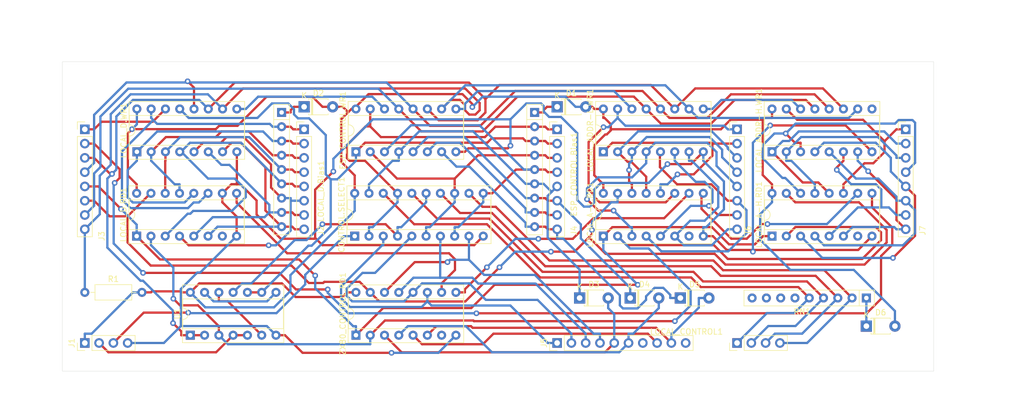
<source format=kicad_pcb>
(kicad_pcb (version 20221018) (generator pcbnew)
  (layers (0 "F.Cu" signal) (31 "B.Cu" signal) (34 "B.Paste" user) (35 "F.Paste" user) (36 "B.SilkS" user "B.Silkscreen") (37 "F.SilkS" user "F.Silkscreen") (38 "B.Mask" user) (39 "F.Mask" user) (44 "Edge.Cuts" user))
  (net 0 "")
  (net 1 "/SPI-Z80-BUS/ESP_CONTROL.BUSRQ")
  (net 2 "/SPI-Z80-BUS/ESP_CONTROL.RD")
  (net 3 "/SPI-Z80-BUS/Z80_CONTROL.RD")
  (net 4 "Net-(CONTROL.SELECT1-1A1)")
  (net 5 "/SPI-Z80-BUS/Z80_CONTROL.WR")
  (net 6 "/SPI-Z80-BUS/ESP_CONTROL.IORQ")
  (net 7 "/SPI-Z80-BUS/Z80_CONTROL.IORQ")
  (net 8 "/SPI-Z80-BUS/ESP_CONTROL.MEMRQ")
  (net 9 "/SPI-Z80-BUS/Z80_CONTROL.MEMRQ")
  (net 10 "GND")
  (net 11 "/SPI-Z80-BUS/LOCAL_CONTROL.MEMRQ")
  (net 12 "/SPI-Z80-BUS/LOCAL_CONTROL.IORQ")
  (net 13 "/SPI-Z80-BUS/LOCAL_CONTROL.WR")
  (net 14 "/SPI-Z80-BUS/LOCAL_CONTROL.RD")
  (net 15 "/SPI-Z80-BUS/!ESP_HARDLOCK")
  (net 16 "+5V")
  (net 17 "Net-(D1-K)")
  (net 18 "Net-(D2-K)")
  (net 19 "Net-(D6-K)")
  (net 20 "/SPI-Z80-BUS/Z80_CONTROL.BUSRQ")
  (net 21 "/SPI-Z80-BUS/ESP_CONTROL.WAIT")
  (net 22 "/SPI-Z80-BUS/Z80_CONTROL.WAIT")
  (net 23 "/SPI-Z80-BUS/ESP_CONTROL.ROMCS")
  (net 24 "/SPI-Z80-BUS/Z80_CONTROL.ROMCS")
  (net 25 "/SPI-Z80-BUS/ESP_CONTROL.NMI")
  (net 26 "/SPI-Z80-BUS/Z80_CONTROL.NMI")
  (net 27 "/SPI-Z80-BUS/ESP_CONTROL.WR")
  (net 28 "Net-(ESP_CONTROL.WR1-QH')")
  (net 29 "/SPI-Z80-BUS/ESP_SPI_INT.MR")
  (net 30 "/SPI-Z80-BUS/ESP_SPI_INT.SCK")
  (net 31 "/SPI-Z80-BUS/ESP_SPI_INT.STC")
  (net 32 "/SPI-Z80-BUS/ESP_SPI_INT.OE")
  (net 33 "Net-(ESP_CONTROL.WR1-SER)")
  (net 34 "/SPI-Z80-BUS/ESP_PULSE")
  (net 35 "/SPI-Z80-BUS/LOCAL_D0")
  (net 36 "/SPI-Z80-BUS/LOCAL_D1")
  (net 37 "/SPI-Z80-BUS/LOCAL_D2")
  (net 38 "/SPI-Z80-BUS/LOCAL_D3")
  (net 39 "/SPI-Z80-BUS/LOCAL_D4")
  (net 40 "/SPI-Z80-BUS/LOCAL_D5")
  (net 41 "/SPI-Z80-BUS/LOCAL_D6")
  (net 42 "/SPI-Z80-BUS/LOCAL_D7")
  (net 43 "/SPI-Z80-BUS/LOCAL_A0")
  (net 44 "/SPI-Z80-BUS/LOCAL_A1")
  (net 45 "/SPI-Z80-BUS/LOCAL_A2")
  (net 46 "/SPI-Z80-BUS/LOCAL_A3")
  (net 47 "/SPI-Z80-BUS/LOCAL_A4")
  (net 48 "/SPI-Z80-BUS/LOCAL_A5")
  (net 49 "/SPI-Z80-BUS/LOCAL_A6")
  (net 50 "/SPI-Z80-BUS/LOCAL_A7")
  (net 51 "/SPI-Z80-BUS/LOCAL_A8")
  (net 52 "/SPI-Z80-BUS/LOCAL_A9")
  (net 53 "/SPI-Z80-BUS/LOCAL_A10")
  (net 54 "/SPI-Z80-BUS/LOCAL_A11")
  (net 55 "/SPI-Z80-BUS/LOCAL_A12")
  (net 56 "/SPI-Z80-BUS/LOCAL_A13")
  (net 57 "/SPI-Z80-BUS/LOCAL_A14")
  (net 58 "/SPI-Z80-BUS/LOCAL_A15")
  (net 59 "/SPI-Z80-BUS/Z80_CONTROL.BUSACK")
  (net 60 "/SPI-Z80-BUS/ESP_SPI_INT.MOSI")
  (net 61 "/SPI-Z80-BUS/ESP_SPI_INT.MISO")
  (net 62 "/SPI-Z80-BUS/ESP_SPI_INT.PL")
  (net 63 "/SPI-Z80-BUS/ESP_SPI_INT.CE")
  (net 64 "/SPI-Z80-BUS/SPI-Z80-BUS_read/ESP_SPI_INT.SCK")
  (net 65 "Net-(LOCAL_A-H.RD1-DS)")
  (net 67 "Net-(LOCAL_A-L.RD1-DS)")
  (net 69 "Net-(LOCAL_ADDR-H.WR1-SER)")
  (net 76 "Net-(LOCAL_D.RD1-Q7)")
  (net 78 "/SPI-Z80-BUS/Z80_CONTROL.RESET")
  (net 79 "Net-(U1-Pad12)")
  (net 80 "Net-(U1-Pad13)")
  (footprint "Connector_PinHeader_2.54mm:PinHeader_1x04_P2.54mm_Vertical" (layer "F.Cu") (at 175 77 90)
    (fp_text reference "LOCAL_CONTROL1")
    (fp_text value "LOCAL_CONTROL")
  )
  (footprint "Package_DIP:DIP-16_W7.62mm_Socket" (layer "F.Cu") (at 107.22 75.62 90)
    (fp_text reference "ZX80_CONTROL.RD1")
    (fp_text value "74HC165N")
  )
  (footprint "Diode_THT:D_T-1_P5.08mm_Horizontal" (layer "F.Cu") (at 164.92 69)
    (fp_text reference "D5")
    (fp_text value "1N4148")
  )
  (footprint "Connector_PinHeader_2.54mm:PinHeader_1x08_P2.54mm_Vertical" (layer "F.Cu") (at 175 39)
    (fp_text reference "J6")
    (fp_text value "LOCAL_A-L")
  )
  (footprint "Diode_THT:D_T-1_P5.08mm_Horizontal" (layer "F.Cu") (at 147 69)
    (fp_text reference "D3")
    (fp_text value "1N4148")
  )
  (footprint "Resistor_THT:R_Array_SIP9" (layer "F.Cu") (at 198 69 180)
    (fp_text reference "RN1")
    (fp_text value "LOCAL_CONTROL.Bias")
  )
  (footprint "Package_DIP:DIP-14_W7.62mm_Socket" (layer "F.Cu") (at 77.76 75.62 90)
    (fp_text reference "U1")
    (fp_text value "74HC00")
  )
  (footprint "Diode_THT:D_T-1_P5.08mm_Horizontal" (layer "F.Cu") (at 143 35)
    (fp_text reference "D1")
    (fp_text value "1N4148")
  )
  (footprint "Package_DIP:DIP-16_W7.62mm_Socket" (layer "F.Cu") (at 68.26 43 90)
    (fp_text reference "LOCAL_D.WR1")
    (fp_text value "74595N")
  )
  (footprint "Package_DIP:DIP-16_W7.62mm_Socket" (layer "F.Cu") (at 68.22 58 90)
    (fp_text reference "LOCAL_D.RD1")
    (fp_text value "74HC165N")
  )
  (footprint "Package_DIP:DIP-16_W7.62mm_Socket" (layer "F.Cu") (at 107.22 43 90)
    (fp_text reference "ESP_CONTROL.WR1")
    (fp_text value "74595N")
  )
  (footprint "Connector_PinHeader_2.54mm:PinHeader_1x08_P2.54mm_Vertical" (layer "F.Cu") (at 59 39)
    (fp_text reference "J3")
    (fp_text value "ESP_SPI_INT")
  )
  (footprint "Package_DIP:DIP-20_W7.62mm_Socket" (layer "F.Cu") (at 107 58 90)
    (fp_text reference "CONTROL.SELECT1")
    (fp_text value "74HC244N")
  )
  (footprint "Diode_THT:D_T-1_P5.08mm_Horizontal" (layer "F.Cu") (at 156 69)
    (fp_text reference "D4")
    (fp_text value "1N4148")
  )
  (footprint "Connector_PinHeader_2.54mm:PinHeader_1x04_P2.54mm_Vertical" (layer "F.Cu") (at 59 77 90)
    (fp_text reference "J1")
    (fp_text value "PinHeader_2.54mm" hide)
  )
  (footprint "Connector_PinHeader_2.54mm:PinHeader_1x08_P2.54mm_Vertical" (layer "F.Cu") (at 205 39)
    (fp_text reference "J7")
    (fp_text value "LOCAL_A-H")
  )
  (footprint "Package_DIP:DIP-16_W7.62mm_Socket" (layer "F.Cu") (at 181.22 43 90)
    (fp_text reference "LOCAL_ADDR-H.WR1")
    (fp_text value "74595N")
  )
  (footprint "Package_DIP:DIP-16_W7.62mm_Socket" (layer "F.Cu") (at 151.22 43 90)
    (fp_text reference "LOCAL_ADDR-L.WR1")
    (fp_text value "74595N")
  )
  (footprint "Diode_THT:D_T-1_P5.08mm_Horizontal" (layer "F.Cu") (at 198 74)
    (fp_text reference "D6")
    (fp_text value "1N4148")
  )
  (footprint "Package_DIP:DIP-16_W7.62mm_Socket" (layer "F.Cu") (at 181.22 58 90)
    (fp_text reference "LOCAL_A-H.RD1")
    (fp_text value "74HC165N")
  )
  (footprint "Resistor_THT:R_Array_SIP9" (layer "F.Cu") (at 139 36 -90)
    (fp_text reference "ESP_CONTROL.Bias1")
    (fp_text value "4609M-101-103LF")
  )
  (footprint "Diode_THT:D_T-1_P5.08mm_Horizontal" (layer "F.Cu") (at 98 35)
    (fp_text reference "D2")
    (fp_text value "1N4148")
  )
  (footprint "Package_DIP:DIP-16_W7.62mm_Socket" (layer "F.Cu") (at 151.22 58 90)
    (fp_text reference "LOCAL_A-L.RD1")
    (fp_text value "74HC165N")
  )
  (footprint "Connector_PinHeader_2.54mm:PinHeader_1x08_P2.54mm_Vertical" (layer "F.Cu") (at 98 39)
    (fp_text reference "J2")
    (fp_text value "LOCAL_D")
  )
  (footprint "Connector_PinHeader_2.54mm:PinHeader_1x10_P2.54mm_Vertical" (layer "F.Cu") (at 143 77 90)
    (fp_text reference "J5")
    (fp_text value "Z80_CONTROL")
  )
  (footprint "Resistor_THT:R_Axial_DIN0207_L6.3mm_D2.5mm_P10.16mm_Horizontal" (layer "F.Cu") (at 59 68)
    (fp_text reference "R1")
    (fp_text value "22K")
  )
  (footprint "Resistor_THT:R_Array_SIP9" (layer "F.Cu") (at 94 36 -90)
    (fp_text reference "LOCAL_D.Bias1")
    (fp_text value "4609M-101-103LF")
  )
  (footprint "Connector_PinHeader_2.54mm:PinHeader_1x08_P2.54mm_Vertical" (layer "F.Cu") (at 143 39)
    (fp_text reference "J4")
    (fp_text value "ESP_CONTROL")
  )
  (gr_rect (start 55 27) (end 210 82) (stroke (width 0.05)) (fill none) (layer "Edge.Cuts"))
  (segment (start 114.84 43) (end 114.84 44.6001) (width 0.4) (layer "B.Cu") (net 1))
  (segment (start 128.0474 39.3475) (end 118.4925 39.3475) (width 0.4) (layer "B.Cu") (net 1))
  (segment (start 118.4925 39.3475) (end 114.84 43) (width 0.4) (layer "B.Cu") (net 1))
  (segment (start 109.54 50.38) (end 109.54 48.7799) (width 0.4) (layer "B.Cu") (net 1))
  (segment (start 139 48.7) (end 140.6001 48.7) (width 0.4) (layer "B.Cu") (net 1))
  (segment (start 137.3999 48.7) (end 128.0474 39.3475) (width 0.4) (layer "B.Cu") (net 1))
  (segment (start 138.5079 48.7) (end 137.3999 48.7) (width 0.4) (layer "B.Cu") (net 1))
  (segment (start 142.0301 50.1299) (end 143 49.16) (width 0.4) (layer "B.Cu") (net 1))
  (segment (start 147 67.1999) (end 147 63.951) (width 0.4) (layer "B.Cu") (net 1))
  (segment (start 138.5079 48.7) (end 139 48.7) (width 0.4) (layer "B.Cu") (net 1))
  (segment (start 113.7198 44.6001) (end 109.54 48.7799) (width 0.4) (layer "B.Cu") (net 1))
  (segment (start 140.6001 48.7) (end 142.0301 50.1299) (width 0.4) (layer "B.Cu") (net 1))
  (segment (start 147 69) (end 147 67.1999) (width 0.4) (layer "B.Cu") (net 1))
  (segment (start 147 63.951) (end 141.3158 58.2668) (width 0.4) (layer "B.Cu") (net 1))
  (segment (start 141.3158 58.2668) (end 141.3158 50.8442) (width 0.4) (layer "B.Cu") (net 1))
  (segment (start 114.84 44.6001) (end 113.7198 44.6001) (width 0.4) (layer "B.Cu") (net 1))
  (segment (start 141.3158 50.8442) (end 142.0301 50.1299) (width 0.4) (layer "B.Cu") (net 1))
  (segment (start 108.8401 44.6001) (end 106.0886 44.6001) (width 0.4) (layer "F.Cu") (net 2))
  (segment (start 108.9376 38.4862) (end 109.76 38.4862) (width 0.4) (layer "F.Cu") (net 2))
  (segment (start 105.6198 41.804) (end 108.9376 38.4862) (width 0.4) (layer "F.Cu") (net 2))
  (segment (start 139 38.54) (end 137.3999 38.54) (width 0.4) (layer "F.Cu") (net 2))
  (segment (start 130.1665 40.3812) (end 132.0077 38.54) (width 0.4) (layer "F.Cu") (net 2))
  (segment (start 143 39) (end 141.3499 39) (width 0.4) (layer "F.Cu") (net 2))
  (segment (start 109.76 35.38) (end 109.76 36.9801) (width 0.4) (layer "F.Cu") (net 2))
  (segment (start 140.8899 38.54) (end 139 38.54) (width 0.4) (layer "F.Cu") (net 2))
  (segment (start 109.76 38.4862) (end 109.76 36.9801) (width 0.4) (layer "F.Cu") (net 2))
  (segment (start 111.655 40.3812) (end 130.1665 40.3812) (width 0.4) (layer "F.Cu") (net 2))
  (segment (start 141.3499 39) (end 140.8899 38.54) (width 0.4) (layer "F.Cu") (net 2))
  (segment (start 132.0077 38.54) (end 137.3999 38.54) (width 0.4) (layer "F.Cu") (net 2))
  (segment (start 105.6198 44.1313) (end 105.6198 41.804) (width 0.4) (layer "F.Cu") (net 2))
  (segment (start 114.62 50.38) (end 108.8401 44.6001) (width 0.4) (layer "F.Cu") (net 2))
  (segment (start 106.0886 44.6001) (end 105.6198 44.1313) (width 0.4) (layer "F.Cu") (net 2))
  (segment (start 109.76 38.4862) (end 111.655 40.3812) (width 0.4) (layer "F.Cu") (net 2))
  (segment (start 109.54 58) (end 109.54 56.3999) (width 0.4) (layer "B.Cu") (net 2))
  (segment (start 114.62 50.38) (end 114.62 51.9801) (width 0.4) (layer "B.Cu") (net 2))
  (segment (start 110.2002 56.3999) (end 109.54 56.3999) (width 0.4) (layer "B.Cu") (net 2))
  (segment (start 114.62 51.9801) (end 110.2002 56.3999) (width 0.4) (layer "B.Cu") (net 2))
  (segment (start 112.08 58) (end 112.08 59.6001) (width 0.4) (layer "B.Cu") (net 3))
  (segment (start 104.5718 66.9315) (end 104.5718 69.0351) (width 0.4) (layer "B.Cu") (net 3))
  (segment (start 119.92 69.6001) (end 120.6565 70.3366) (width 0.4) (layer "B.Cu") (net 3))
  (segment (start 118.9199 70.6002) (end 119.92 69.6001) (width 0.4) (layer "B.Cu") (net 3))
  (segment (start 134.6865 70.3366) (end 141.3499 77) (width 0.4) (layer "B.Cu") (net 3))
  (segment (start 106.1369 70.6002) (end 118.9199 70.6002) (width 0.4) (layer "B.Cu") (net 3))
  (segment (start 104.5718 69.0351) (end 106.1369 70.6002) (width 0.4) (layer "B.Cu") (net 3))
  (segment (start 120.6565 70.3366) (end 134.6865 70.3366) (width 0.4) (layer "B.Cu") (net 3))
  (segment (start 112.08 59.6001) (end 111.9032 59.6001) (width 0.4) (layer "B.Cu") (net 3))
  (segment (start 119.92 68) (end 119.92 69.6001) (width 0.4) (layer "B.Cu") (net 3))
  (segment (start 143 77) (end 141.3499 77) (width 0.4) (layer "B.Cu") (net 3))
  (segment (start 111.9032 59.6001) (end 104.5718 66.9315) (width 0.4) (layer "B.Cu") (net 3))
  (segment (start 101.2586 55.8784) (end 112.4984 55.8784) (width 0.4) (layer "F.Cu") (net 4))
  (segment (start 112.4984 55.8784) (end 114.62 58) (width 0.4) (layer "F.Cu") (net 4))
  (via (at 101.2586 55.8784) (size 1) (drill 0.5) (layers "F.Cu" "B.Cu") (net 4))
  (segment (start 115.2802 56.3999) (end 114.62 56.3999) (width 0.4) (layer "B.Cu") (net 4))
  (segment (start 86.9802 66.3998) (end 88.6383 66.3998) (width 0.4) (layer "B.Cu") (net 4))
  (segment (start 96.3428 58.6953) (end 98.4417 58.6953) (width 0.4) (layer "B.Cu") (net 4))
  (segment (start 88.6383 66.3998) (end 96.3428 58.6953) (width 0.4) (layer "B.Cu") (net 4))
  (segment (start 98.4417 58.6953) (end 101.2586 55.8784) (width 0.4) (layer "B.Cu") (net 4))
  (segment (start 114.62 58) (end 114.62 56.3999) (width 0.4) (layer "B.Cu") (net 4))
  (segment (start 85.38 68) (end 86.9802 66.3998) (width 0.4) (layer "B.Cu") (net 4))
  (segment (start 119.7 51.9801) (end 115.2802 56.3999) (width 0.4) (layer "B.Cu") (net 4))
  (segment (start 119.7 50.38) (end 119.7 51.9801) (width 0.4) (layer "B.Cu") (net 4))
  (segment (start 118.9826 66.3974) (end 127.3837 66.3974) (width 0.4) (layer "B.Cu") (net 5))
  (segment (start 105.5719 68.6209) (end 105.5719 67.3457) (width 0.4) (layer "B.Cu") (net 5))
  (segment (start 130.3227 69.3364) (end 139.5265 69.3364) (width 0.4) (layer "B.Cu") (net 5))
  (segment (start 106.5511 69.6001) (end 105.5719 68.6209) (width 0.4) (layer "B.Cu") (net 5))
  (segment (start 127.3837 66.3974) (end 130.3227 69.3364) (width 0.4) (layer "B.Cu") (net 5))
  (segment (start 139.5265 69.3364) (end 145.54 75.3499) (width 0.4) (layer "B.Cu") (net 5))
  (segment (start 108.3818 64.5358) (end 110.6242 64.5358) (width 0.4) (layer "B.Cu") (net 5))
  (segment (start 117.38 68) (end 118.9826 66.3974) (width 0.4) (layer "B.Cu") (net 5))
  (segment (start 115.7799 69.6001) (end 106.5511 69.6001) (width 0.4) (layer "B.Cu") (net 5))
  (segment (start 110.6242 64.5358) (end 117.16 58) (width 0.4) (layer "B.Cu") (net 5))
  (segment (start 145.54 77) (end 145.54 75.3499) (width 0.4) (layer "B.Cu") (net 5))
  (segment (start 105.5719 67.3457) (end 108.3818 64.5358) (width 0.4) (layer "B.Cu") (net 5))
  (segment (start 117.38 68) (end 115.7799 69.6001) (width 0.4) (layer "B.Cu") (net 5))
  (segment (start 114.5218 47.7618) (end 109.76 43) (width 0.4) (layer "F.Cu") (net 6))
  (segment (start 124.78 50.38) (end 124.78 48.7799) (width 0.4) (layer "F.Cu") (net 6))
  (segment (start 141.3499 44.08) (end 140.8899 43.62) (width 0.4) (layer "F.Cu") (net 6))
  (segment (start 124.78 47.7618) (end 114.5218 47.7618) (width 0.4) (layer "F.Cu") (net 6))
  (segment (start 124.78 48.7799) (end 124.78 47.7618) (width 0.4) (layer "F.Cu") (net 6))
  (segment (start 139 43.62) (end 137.3999 43.62) (width 0.4) (layer "F.Cu") (net 6))
  (segment (start 143 44.08) (end 141.3499 44.08) (width 0.4) (layer "F.Cu") (net 6))
  (segment (start 137.3999 43.62) (end 128.9218 43.62) (width 0.4) (layer "F.Cu") (net 6))
  (segment (start 140.8899 43.62) (end 139 43.62) (width 0.4) (layer "F.Cu") (net 6))
  (segment (start 128.9218 43.62) (end 124.78 47.7618) (width 0.4) (layer "F.Cu") (net 6))
  (segment (start 120.3602 56.3999) (end 119.7 56.3999) (width 0.4) (layer "B.Cu") (net 6))
  (segment (start 124.78 50.38) (end 124.78 51.9801) (width 0.4) (layer "B.Cu") (net 6))
  (segment (start 119.7 58) (end 119.7 56.3999) (width 0.4) (layer "B.Cu") (net 6))
  (segment (start 124.78 51.9801) (end 120.3602 56.3999) (width 0.4) (layer "B.Cu") (net 6))
  (segment (start 139.1649 66.4348) (end 128.9726 66.4348) (width 0.4) (layer "B.Cu") (net 7))
  (segment (start 122.24 59.6001) (end 122.2016 59.6385) (width 0.4) (layer "B.Cu") (net 7))
  (segment (start 122.2016 65.3949) (end 117.4451 65.3949) (width 0.4) (layer "B.Cu") (net 7))
  (segment (start 122.24 58) (end 122.24 59.6001) (width 0.4) (layer "B.Cu") (net 7))
  (segment (start 128.9726 66.4348) (end 127.9327 65.3949) (width 0.4) (layer "B.Cu") (net 7))
  (segment (start 148.08 77) (end 148.08 75.3499) (width 0.4) (layer "B.Cu") (net 7))
  (segment (start 122.2016 59.6385) (end 122.2016 65.3949) (width 0.4) (layer "B.Cu") (net 7))
  (segment (start 127.9327 65.3949) (end 122.2016 65.3949) (width 0.4) (layer "B.Cu") (net 7))
  (segment (start 117.4451 65.3949) (end 114.84 68) (width 0.4) (layer "B.Cu") (net 7))
  (segment (start 148.08 75.3499) (end 139.1649 66.4348) (width 0.4) (layer "B.Cu") (net 7))
  (segment (start 129.86 50.38) (end 131.4601 50.38) (width 0.4) (layer "F.Cu") (net 8))
  (segment (start 135.6801 46.16) (end 131.4601 50.38) (width 0.4) (layer "F.Cu") (net 8))
  (segment (start 143 46.62) (end 141.3499 46.62) (width 0.4) (layer "F.Cu") (net 8))
  (segment (start 140.8899 46.16) (end 139 46.16) (width 0.4) (layer "F.Cu") (net 8))
  (segment (start 139 46.16) (end 135.6801 46.16) (width 0.4) (layer "F.Cu") (net 8))
  (segment (start 141.3499 46.62) (end 140.8899 46.16) (width 0.4) (layer "F.Cu") (net 8))
  (segment (start 139 46.16) (end 137.3999 46.16) (width 0.4) (layer "B.Cu") (net 8))
  (segment (start 125.4402 56.3999) (end 124.78 56.3999) (width 0.4) (layer "B.Cu") (net 8))
  (segment (start 129.1979 38.2768) (end 137.0811 46.16) (width 0.4) (layer "B.Cu") (net 8))
  (segment (start 129.86 50.38) (end 129.86 51.9801) (width 0.4) (layer "B.Cu") (net 8))
  (segment (start 124.78 58) (end 124.78 56.3999) (width 0.4) (layer "B.Cu") (net 8))
  (segment (start 112.3 43) (end 117.0232 38.2768) (width 0.4) (layer "B.Cu") (net 8))
  (segment (start 129.86 51.9801) (end 125.4402 56.3999) (width 0.4) (layer "B.Cu") (net 8))
  (segment (start 117.0232 38.2768) (end 129.1979 38.2768) (width 0.4) (layer "B.Cu") (net 8))
  (segment (start 137.0811 46.16) (end 137.3999 46.16) (width 0.4) (layer "B.Cu") (net 8))
  (segment (start 117.6844 62.6156) (end 112.3 68) (width 0.4) (layer "F.Cu") (net 9))
  (segment (start 123.5017 62.6156) (end 117.6844 62.6156) (width 0.4) (layer "F.Cu") (net 9))
  (via (at 123.5017 62.6156) (size 1) (drill 0.5) (layers "F.Cu" "B.Cu") (net 9))
  (segment (start 150.62 75.3499) (end 149.4945 75.3499) (width 0.4) (layer "B.Cu") (net 9))
  (segment (start 123.9146 62.2027) (end 123.5017 62.6156) (width 0.4) (layer "B.Cu") (net 9))
  (segment (start 150.62 77) (end 150.62 75.3499) (width 0.4) (layer "B.Cu") (net 9))
  (segment (start 127.32 62.2027) (end 123.9146 62.2027) (width 0.4) (layer "B.Cu") (net 9))
  (segment (start 149.4945 75.3499) (end 139.0395 64.8949) (width 0.4) (layer "B.Cu") (net 9))
  (segment (start 139.0395 64.8949) (end 130.0122 64.8949) (width 0.4) (layer "B.Cu") (net 9))
  (segment (start 127.32 62.2027) (end 127.32 58) (width 0.4) (layer "B.Cu") (net 9))
  (segment (start 130.0122 64.8949) (end 127.32 62.2027) (width 0.4) (layer "B.Cu") (net 9))
  (segment (start 101.2554 59.6002) (end 99.9585 58.3033) (width 0.4) (layer "F.Cu") (net 10))
  (segment (start 99.9585 58.3033) (end 99.9585 49.7414) (width 0.4) (layer "F.Cu") (net 10))
  (segment (start 173.1613 60.4578) (end 177.8199 60.4578) (width 0.4) (layer "F.Cu") (net 10))
  (segment (start 166.8133 45.1867) (end 169 43) (width 0.4) (layer "F.Cu") (net 10))
  (segment (start 125 43) (end 126.6001 43) (width 0.4) (layer "F.Cu") (net 10))
  (segment (start 177.8199 60.4578) (end 196.5422 60.4578) (width 0.4) (layer "F.Cu") (net 10))
  (segment (start 89.5508 54.1589) (end 89.5508 51.6631) (width 0.4) (layer "F.Cu") (net 10))
  (segment (start 99.9585 58.3033) (end 99.8001 58.4617) (width 0.4) (layer "F.Cu") (net 10))
  (segment (start 127.2187 42.3814) (end 134.2326 42.3814) (width 0.4) (layer "F.Cu") (net 10))
  (segment (start 86.04 43) (end 86.04 48.7596) (width 0.4) (layer "F.Cu") (net 10))
  (segment (start 89.5508 51.6631) (end 86.6473 48.7596) (width 0.4) (layer "F.Cu") (net 10))
  (segment (start 86 58) (end 86 56.3999) (width 0.4) (layer "F.Cu") (net 10))
  (segment (start 134.2326 42.3814) (end 134.7044 41.9096) (width 0.4) (layer "F.Cu") (net 10))
  (segment (start 177.8199 60.4578) (end 177.8199 60.7579) (width 0.4) (layer "F.Cu") (net 10))
  (segment (start 162.6258 45.1867) (end 166.8133 45.1867) (width 0.4) (layer "F.Cu") (net 10))
  (segment (start 86.6473 48.7596) (end 86.04 48.7596) (width 0.4) (layer "F.Cu") (net 10))
  (segment (start 97.7301 78.75) (end 113.5471 78.75) (width 0.4) (layer "F.Cu") (net 10))
  (segment (start 170.6001 58) (end 170.7035 58) (width 0.4) (layer "F.Cu") (net 10))
  (segment (start 126.6001 43) (end 127.2187 42.3814) (width 0.4) (layer "F.Cu") (net 10))
  (segment (start 196.5422 60.4578) (end 199 58) (width 0.4) (layer "F.Cu") (net 10))
  (segment (start 128.2598 59.6002) (end 101.2554 59.6002) (width 0.4) (layer "F.Cu") (net 10))
  (segment (start 199 43) (end 194.3097 38.3097) (width 0.4) (layer "F.Cu") (net 10))
  (segment (start 99.9585 49.7414) (end 103.2049 46.495) (width 0.4) (layer "F.Cu") (net 10))
  (segment (start 99.8001 58.4617) (end 93.8536 58.4617) (width 0.4) (layer "F.Cu") (net 10))
  (segment (start 94.6001 75.62) (end 97.7301 78.75) (width 0.4) (layer "F.Cu") (net 10))
  (segment (start 86 56.3999) (end 86 54.5201) (width 0.4) (layer "F.Cu") (net 10))
  (segment (start 83.46 50.38) (end 83.46 51.9801) (width 0.4) (layer "F.Cu") (net 10))
  (segment (start 194.3097 38.3097) (end 180.8962 38.3097) (width 0.4) (layer "F.Cu") (net 10))
  (segment (start 85.0804 48.7596) (end 83.46 50.38) (width 0.4) (layer "F.Cu") (net 10))
  (segment (start 86.04 48.7596) (end 85.0804 48.7596) (width 0.4) (layer "F.Cu") (net 10))
  (segment (start 93.8536 58.4617) (end 89.5508 54.1589) (width 0.4) (layer "F.Cu") (net 10))
  (segment (start 170.7035 58) (end 173.1613 60.4578) (width 0.4) (layer "F.Cu") (net 10))
  (segment (start 93 75.62) (end 94.6001 75.62) (width 0.4) (layer "F.Cu") (net 10))
  (segment (start 86 54.5201) (end 83.46 51.9801) (width 0.4) (layer "F.Cu") (net 10))
  (segment (start 129.86 58) (end 128.2598 59.6002) (width 0.4) (layer "F.Cu") (net 10))
  (segment (start 169 58) (end 170.6001 58) (width 0.4) (layer "F.Cu") (net 10))
  (via (at 113.5471 78.75) (size 1) (drill 0.5) (layers "F.Cu" "B.Cu") (net 10))
  (via (at 103.2049 46.495) (size 1) (drill 0.5) (layers "F.Cu" "B.Cu") (net 10))
  (via (at 162.6258 45.1867) (size 1) (drill 0.5) (layers "F.Cu" "B.Cu") (net 10))
  (via (at 180.8962 38.3097) (size 1) (drill 0.5) (layers "F.Cu" "B.Cu") (net 10))
  (via (at 177.8199 60.7579) (size 1) (drill 0.5) (layers "F.Cu" "B.Cu") (net 10))
  (via (at 134.7044 41.9096) (size 1) (drill 0.5) (layers "F.Cu" "B.Cu") (net 10))
  (segment (start 76.0753 73.9892) (end 91.3692 73.9892) (width 0.4) (layer "B.Cu") (net 10))
  (segment (start 73.0645 77) (end 76.0753 73.9892) (width 0.4) (layer "B.Cu") (net 10))
  (segment (start 103.2049 46.495) (end 103.2049 44.2429) (width 0.4) (layer "B.Cu") (net 10))
  (segment (start 169 43) (end 169 44.6001) (width 0.4) (layer "B.Cu") (net 10))
  (segment (start 162.6258 45.1867) (end 159.2723 48.5402) (width 0.4) (layer "B.Cu") (net 10))
  (segment (start 140.6002 34.8526) (end 140.1474 34.3998) (width 0.4) (layer "B.Cu") (net 10))
  (segment (start 172.666 48.2661) (end 172.666 53.2415) (width 0.4) (layer "B.Cu") (net 10))
  (segment (start 147.755 52.7471) (end 146.5749 51.567) (width 0.4) (layer "B.Cu") (net 10))
  (segment (start 79.5402 64.4598) (end 86 58) (width 0.4) (layer "B.Cu") (net 10))
  (segment (start 146.5749 51.567) (end 146.5749 39.6862) (width 0.4) (layer "B.Cu") (net 10))
  (segment (start 113.5471 78.75) (end 121.87 78.75) (width 0.4) (layer "B.Cu") (net 10))
  (segment (start 76.0753 67.4093) (end 79.0248 64.4598) (width 0.4) (layer "B.Cu") (net 10))
  (segment (start 79.0248 64.4598) (end 79.5402 64.4598) (width 0.4) (layer "B.Cu") (net 10))
  (segment (start 172.666 53.2415) (end 169.5076 56.3999) (width 0.4) (layer "B.Cu") (net 10))
  (segment (start 177.8199 41.386) (end 177.8199 60.7579) (width 0.4) (layer "B.Cu") (net 10))
  (segment (start 141.5739 36.8002) (end 140.6002 35.8265) (width 0.4) (layer "B.Cu") (net 10))
  (segment (start 169 58) (end 169 56.3999) (width 0.4) (layer "B.Cu") (net 10))
  (segment (start 169.5076 56.3999) (end 169 56.3999) (width 0.4) (layer "B.Cu") (net 10))
  (segment (start 121.87 78.75) (end 125 75.62) (width 0.4) (layer "B.Cu") (net 10))
  (segment (start 66.62 77) (end 73.0645 77) (width 0.4) (layer "B.Cu") (net 10))
  (segment (start 140.1474 34.3998) (end 137.5263 34.3998) (width 0.4) (layer "B.Cu") (net 10))
  (segment (start 148.8453 52.7471) (end 147.755 52.7471) (width 0.4) (layer "B.Cu") (net 10))
  (segment (start 76.0753 73.9892) (end 76.0753 67.4093) (width 0.4) (layer "B.Cu") (net 10))
  (segment (start 137.5263 34.3998) (end 134.7044 37.2217) (width 0.4) (layer "B.Cu") (net 10))
  (segment (start 143.6889 36.8002) (end 141.5739 36.8002) (width 0.4) (layer "B.Cu") (net 10))
  (segment (start 110.2261 37.2217) (end 134.7044 37.2217) (width 0.4) (layer "B.Cu") (net 10))
  (segment (start 159.2723 48.5402) (end 150.784 48.5402) (width 0.4) (layer "B.Cu") (net 10))
  (segment (start 169 44.6001) (end 172.666 48.2661) (width 0.4) (layer "B.Cu") (net 10))
  (segment (start 149.6167 49.7075) (end 149.6167 51.9757) (width 0.4) (layer "B.Cu") (net 10))
  (segment (start 149.6167 51.9757) (end 148.8453 52.7471) (width 0.4) (layer "B.Cu") (net 10))
  (segment (start 146.5749 39.6862) (end 143.6889 36.8002) (width 0.4) (layer "B.Cu") (net 10))
  (segment (start 140.6002 35.8265) (end 140.6002 34.8526) (width 0.4) (layer "B.Cu") (net 10))
  (segment (start 103.2049 44.2429) (end 110.2261 37.2217) (width 0.4) (layer "B.Cu") (net 10))
  (segment (start 150.784 48.5402) (end 149.6167 49.7075) (width 0.4) (layer "B.Cu") (net 10))
  (segment (start 180.8962 38.3097) (end 177.8199 41.386) (width 0.4) (layer "B.Cu") (net 10))
  (segment (start 91.3692 73.9892) (end 93 75.62) (width 0.4) (layer "B.Cu") (net 10))
  (segment (start 134.7044 37.2217) (end 134.7044 41.9096) (width 0.4) (layer "B.Cu") (net 10))
  (segment (start 129.724 52.784) (end 132.0852 52.784) (width 0.4) (layer "F.Cu") (net 11))
  (segment (start 141.6333 62.3321) (end 170.7927 62.3321) (width 0.4) (layer "F.Cu") (net 11))
  (segment (start 127.32 50.38) (end 129.724 52.784) (width 0.4) (layer "F.Cu") (net 11))
  (segment (start 170.7927 62.3321) (end 172.5188 64.0582) (width 0.4) (layer "F.Cu") (net 11))
  (segment (start 172.5188 64.0582) (end 190.5182 64.0582) (width 0.4) (layer "F.Cu") (net 11))
  (segment (start 190.5182 64.0582) (end 195.46 69) (width 0.4) (layer "F.Cu") (net 11))
  (segment (start 132.0852 52.784) (end 141.6333 62.3321) (width 0.4) (layer "F.Cu") (net 11))
  (segment (start 187.46 77) (end 182.62 77) (width 0.4) (layer "B.Cu") (net 11))
  (segment (start 195.46 69) (end 187.46 77) (width 0.4) (layer "B.Cu") (net 11))
  (segment (start 122.24 50.38) (end 125.7407 53.8807) (width 0.4) (layer "F.Cu") (net 12))
  (segment (start 172.1046 65.0583) (end 188.9783 65.0583) (width 0.4) (layer "F.Cu") (net 12))
  (segment (start 125.7407 53.8807) (end 131.4137 53.8807) (width 0.4) (layer "F.Cu") (net 12))
  (segment (start 188.9783 65.0583) (end 192.92 69) (width 0.4) (layer "F.Cu") (net 12))
  (segment (start 140.883 63.35) (end 170.3963 63.35) (width 0.4) (layer "F.Cu") (net 12))
  (segment (start 170.3963 63.35) (end 172.1046 65.0583) (width 0.4) (layer "F.Cu") (net 12))
  (segment (start 131.4137 53.8807) (end 140.883 63.35) (width 0.4) (layer "F.Cu") (net 12))
  (segment (start 181.7419 75.3381) (end 180.08 77) (width 0.4) (layer "B.Cu") (net 12))
  (segment (start 192.92 69) (end 186.5819 75.3381) (width 0.4) (layer "B.Cu") (net 12))
  (segment (start 186.5819 75.3381) (end 181.7419 75.3381) (width 0.4) (layer "B.Cu") (net 12))
  (segment (start 130.9385 54.8809) (end 140.4078 64.3502) (width 0.4) (layer "F.Cu") (net 13))
  (segment (start 187.4384 66.0584) (end 190.38 69) (width 0.4) (layer "F.Cu") (net 13))
  (segment (start 168.9609 66.0584) (end 187.4384 66.0584) (width 0.4) (layer "F.Cu") (net 13))
  (segment (start 140.4078 64.3502) (end 167.2527 64.3502) (width 0.4) (layer "F.Cu") (net 13))
  (segment (start 121.6609 54.8809) (end 130.9385 54.8809) (width 0.4) (layer "F.Cu") (net 13))
  (segment (start 167.2527 64.3502) (end 168.9609 66.0584) (width 0.4) (layer "F.Cu") (net 13))
  (segment (start 117.16 50.38) (end 121.6609 54.8809) (width 0.4) (layer "F.Cu") (net 13))
  (segment (start 185.3954 73.9846) (end 180.5554 73.9846) (width 0.4) (layer "B.Cu") (net 13))
  (segment (start 180.5554 73.9846) (end 177.54 77) (width 0.4) (layer "B.Cu") (net 13))
  (segment (start 190.38 69) (end 185.3954 73.9846) (width 0.4) (layer "B.Cu") (net 13))
  (segment (start 112.08 50.38) (end 117.581 55.881) (width 0.4) (layer "F.Cu") (net 14))
  (segment (start 117.581 55.881) (end 130.5243 55.881) (width 0.4) (layer "F.Cu") (net 14))
  (segment (start 185.8985 67.0585) (end 187.84 69) (width 0.4) (layer "F.Cu") (net 14))
  (segment (start 166.8385 65.3503) (end 168.5467 67.0585) (width 0.4) (layer "F.Cu") (net 14))
  (segment (start 168.5467 67.0585) (end 185.8985 67.0585) (width 0.4) (layer "F.Cu") (net 14))
  (segment (start 130.5243 55.881) (end 139.9936 65.3503) (width 0.4) (layer "F.Cu") (net 14))
  (segment (start 139.9936 65.3503) (end 166.8385 65.3503) (width 0.4) (layer "F.Cu") (net 14))
  (segment (start 185.1614 71.6786) (end 180.3214 71.6786) (width 0.4) (layer "B.Cu") (net 14))
  (segment (start 180.3214 71.6786) (end 175 77) (width 0.4) (layer "B.Cu") (net 14))
  (segment (start 187.84 69) (end 185.1614 71.6786) (width 0.4) (layer "B.Cu") (net 14))
  (segment (start 64.08 77) (end 69.4761 71.6039) (width 0.4) (layer "F.Cu") (net 15))
  (segment (start 69.4761 71.6039) (end 77.3952 71.6039) (width 0.4) (layer "F.Cu") (net 15))
  (via (at 77.3952 71.6039) (size 1) (drill 0.5) (layers "F.Cu" "B.Cu") (net 15))
  (segment (start 93.0822 71.6953) (end 98.1987 66.5788) (width 0.4) (layer "B.Cu") (net 15))
  (segment (start 77.3952 71.6039) (end 77.4866 71.6953) (width 0.4) (layer "B.Cu") (net 15))
  (segment (start 98.1987 66.5788) (end 98.1987 64.8791) (width 0.4) (layer "B.Cu") (net 15))
  (segment (start 98.1987 64.8791) (end 105.0778 58) (width 0.4) (layer "B.Cu") (net 15))
  (segment (start 77.4866 71.6953) (end 93.0822 71.6953) (width 0.4) (layer "B.Cu") (net 15))
  (segment (start 105.0778 58) (end 107 58) (width 0.4) (layer "B.Cu") (net 15))
  (segment (start 101.2799 35) (end 99.4798 33.1999) (width 0.4) (layer "F.Cu") (net 16))
  (segment (start 77.76 68) (end 76.1599 68) (width 0.4) (layer "F.Cu") (net 16))
  (segment (start 152.5401 38.0789) (end 151.4413 36.9801) (width 0.4) (layer "F.Cu") (net 16))
  (segment (start 106.82 35.38) (end 109.4621 32.7379) (width 0.4) (layer "F.Cu") (net 16))
  (segment (start 96.4781 68.8229) (end 104.797 68.8229) (width 0.4) (layer "F.Cu") (net 16))
  (segment (start 151.22 35.38) (end 151.22 36.9801) (width 0.4) (layer "F.Cu") (net 16))
  (segment (start 109.4621 32.7379) (end 126.153 32.7379) (width 0.4) (layer "F.Cu") (net 16))
  (segment (start 152.5401 38.9913) (end 172.1369 38.9913) (width 0.4) (layer "F.Cu") (net 16))
  (segment (start 103.08 35) (end 101.2799 35) (width 0.4) (layer "F.Cu") (net 16))
  (segment (start 70.9419 67.8182) (end 70.7601 68) (width 0.4) (layer "F.Cu") (net 16))
  (segment (start 179.5607 47.1206) (end 179.5607 37.2985) (width 0.4) (layer "F.Cu") (net 16))
  (segment (start 66.659 47.2189) (end 68.22 48.7799) (width 0.4) (layer "F.Cu") (net 16))
  (segment (start 68.22 50.38) (end 68.22 48.7799) (width 0.4) (layer "F.Cu") (net 16))
  (segment (start 75.9781 67.8182) (end 70.9419 67.8182) (width 0.4) (layer "F.Cu") (net 16))
  (segment (start 105.8401 35.9599) (end 104.8801 35) (width 0.4) (layer "F.Cu") (net 16))
  (segment (start 151.22 50.38) (end 151.22 48.7799) (width 0.4) (layer "F.Cu") (net 16))
  (segment (start 181.22 35.38) (end 181.22 36.9801) (width 0.4) (layer "F.Cu") (net 16))
  (segment (start 126.153 32.7379) (end 127.9213 34.5062) (width 0.4) (layer "F.Cu") (net 16))
  (segment (start 104.6132 37.1868) (end 105.8401 35.9599) (width 0.4) (layer "F.Cu") (net 16))
  (segment (start 151.5574 39.9176) (end 151.8212 39.9176) (width 0.4) (layer "F.Cu") (net 16))
  (segment (start 79.3622 66.3978) (end 94.053 66.3978) (width 0.4) (layer "F.Cu") (net 16))
  (segment (start 127.9213 34.5062) (end 127.9213 35.0403) (width 0.4) (layer "F.Cu") (net 16))
  (segment (start 173.8297 37.2985) (end 179.5607 37.2985) (width 0.4) (layer "F.Cu") (net 16))
  (segment (start 152.5401 39.1987) (end 152.5401 38.9913) (width 0.4) (layer "F.Cu") (net 16))
  (segment (start 99.4798 33.1999) (end 91.333 33.1999) (width 0.4) (layer "F.Cu") (net 16))
  (segment (start 104.797 68.8229) (end 105.6199 68) (width 0.4) (layer "F.Cu") (net 16))
  (segment (start 107 48.7799) (end 107 47.2012) (width 0.4) (layer "F.Cu") (net 16))
  (segment (start 148.08 35) (end 149.2399 35) (width 0.4) (layer "F.Cu") (net 16))
  (segment (start 181.22 48.7799) (end 179.5607 47.1206) (width 0.4) (layer "F.Cu") (net 16))
  (segment (start 149.6051 47.165) (end 149.6051 41.8699) (width 0.4) (layer "F.Cu") (net 16))
  (segment (start 69.16 68) (end 70.7601 68) (width 0.4) (layer "F.Cu") (net 16))
  (segment (start 103.08 35) (end 104.8801 35) (width 0.4) (layer "F.Cu") (net 16))
  (segment (start 104.6132 44.8144) (end 104.6132 37.1868) (width 0.4) (layer "F.Cu") (net 16))
  (segment (start 86.1536 38.3793) (end 82.8907 38.3793) (width 0.4) (layer "F.Cu") (net 16))
  (segment (start 151.22 35.38) (end 149.6199 35.38) (width 0.4) (layer "F.Cu") (net 16))
  (segment (start 76.1599 68) (end 75.9781 67.8182) (width 0.4) (layer "F.Cu") (net 16))
  (segment (start 77.76 68) (end 79.3622 66.3978) (width 0.4) (layer "F.Cu") (net 16))
  (segment (start 151.4413 36.9801) (end 151.22 36.9801) (width 0.4) (layer "F.Cu") (net 16))
  (segment (start 149.6051 41.8699) (end 151.5574 39.9176) (width 0.4) (layer "F.Cu") (net 16))
  (segment (start 151.8212 39.9176) (end 152.5401 39.1987) (width 0.4) (layer "F.Cu") (net 16))
  (segment (start 94.053 66.3978) (end 96.4781 68.8229) (width 0.4) (layer "F.Cu") (net 16))
  (segment (start 67.3944 38.9722) (end 66.659 39.7076) (width 0.4) (layer "F.Cu") (net 16))
  (segment (start 82.2978 38.9722) (end 67.3944 38.9722) (width 0.4) (layer "F.Cu") (net 16))
  (segment (start 107.22 35.38) (end 106.82 35.38) (width 0.4) (layer "F.Cu") (net 16))
  (segment (start 82.8907 38.3793) (end 82.2978 38.9722) (width 0.4) (layer "F.Cu") (net 16))
  (segment (start 107 50.38) (end 107 48.7799) (width 0.4) (layer "F.Cu") (net 16))
  (segment (start 172.1369 38.9913) (end 173.8297 37.2985) (width 0.4) (layer "F.Cu") (net 16))
  (segment (start 179.5607 37.2985) (end 179.8791 36.9801) (width 0.4) (layer "F.Cu") (net 16))
  (segment (start 66.659 39.7076) (end 66.659 47.2189) (width 0.4) (layer "F.Cu") (net 16))
  (segment (start 149.2399 35) (end 149.6199 35.38) (width 0.4) (layer "F.Cu") (net 16))
  (segment (start 152.5401 38.9913) (end 152.5401 38.0789) (width 0.4) (layer "F.Cu") (net 16))
  (segment (start 105.8401 35.9599) (end 106.42 35.38) (width 0.4) (layer "F.Cu") (net 16))
  (segment (start 181.22 50.38) (end 181.22 48.7799) (width 0.4) (layer "F.Cu") (net 16))
  (segment (start 107 47.2012) (end 104.6132 44.8144) (width 0.4) (layer "F.Cu") (net 16))
  (segment (start 151.22 48.7799) (end 149.6051 47.165) (width 0.4) (layer "F.Cu") (net 16))
  (segment (start 91.333 33.1999) (end 86.1536 38.3793) (width 0.4) (layer "F.Cu") (net 16))
  (segment (start 179.8791 36.9801) (end 181.22 36.9801) (width 0.4) (layer "F.Cu") (net 16))
  (segment (start 106.82 35.38) (end 106.42 35.38) (width 0.4) (layer "F.Cu") (net 16))
  (segment (start 107.22 68) (end 105.6199 68) (width 0.4) (layer "F.Cu") (net 16))
  (via (at 127.9213 35.0403) (size 1) (drill 0.5) (layers "F.Cu" "B.Cu") (net 16))
  (via (at 67.3944 38.9722) (size 1) (drill 0.5) (layers "F.Cu" "B.Cu") (net 16))
  (segment (start 181.22 50.38) (end 181.22 51.9801) (width 0.4) (layer "B.Cu") (net 16))
  (segment (start 69.16 68) (end 67.5599 68) (width 0.4) (layer "B.Cu") (net 16))
  (segment (start 95.5707 67.7437) (end 92.6543 70.6601) (width 0.4) (layer "B.Cu") (net 16))
  (segment (start 107 50.38) (end 107 53.5003) (width 0.4) (layer "B.Cu") (net 16))
  (segment (start 59 77) (end 59 75.3499) (width 0.4) (layer "B.Cu") (net 16))
  (segment (start 179.1098 58.6373) (end 184.4782 64.0057) (width 0.4) (layer "B.Cu") (net 16))
  (segment (start 146.2799 35) (end 144.4797 33.1998) (width 0.4) (layer "B.Cu") (net 16))
  (segment (start 144.4797 33.1998) (end 129.7618 33.1998) (width 0.4) (layer "B.Cu") (net 16))
  (segment (start 68.26 35.38) (end 68.26 38.1066) (width 0.4) (layer "B.Cu") (net 16))
  (segment (start 181.22 51.9801) (end 179.1098 54.0903) (width 0.4) (layer "B.Cu") (net 16))
  (segment (start 107 53.5003) (end 95.5707 64.9296) (width 0.4) (layer "B.Cu") (net 16))
  (segment (start 179.1098 54.0903) (end 179.1098 58.6373) (width 0.4) (layer "B.Cu") (net 16))
  (segment (start 129.7618 33.1998) (end 127.9213 35.0403) (width 0.4) (layer "B.Cu") (net 16))
  (segment (start 67.5599 68) (end 60.21 75.3499) (width 0.4) (layer "B.Cu") (net 16))
  (segment (start 195.767 64.0057) (end 203.08 71.3187) (width 0.4) (layer "B.Cu") (net 16))
  (segment (start 203.08 71.3187) (end 203.08 74) (width 0.4) (layer "B.Cu") (net 16))
  (segment (start 60.21 75.3499) (end 59 75.3499) (width 0.4) (layer "B.Cu") (net 16))
  (segment (start 92.6543 70.6601) (end 80.4201 70.6601) (width 0.4) (layer "B.Cu") (net 16))
  (segment (start 148.08 35) (end 146.2799 35) (width 0.4) (layer "B.Cu") (net 16))
  (segment (start 95.5707 64.9296) (end 95.5707 67.7437) (width 0.4) (layer "B.Cu") (net 16))
  (segment (start 68.26 38.1066) (end 67.3944 38.9722) (width 0.4) (layer "B.Cu") (net 16))
  (segment (start 80.4201 70.6601) (end 77.76 68) (width 0.4) (layer "B.Cu") (net 16))
  (segment (start 184.4782 64.0057) (end 195.767 64.0057) (width 0.4) (layer "B.Cu") (net 16))
  (segment (start 140.6001 35.5998) (end 141.1999 35) (width 0.4) (layer "F.Cu") (net 17))
  (segment (start 143 35) (end 141.1999 35) (width 0.4) (layer "F.Cu") (net 17))
  (segment (start 140.6001 36) (end 140.6001 35.5998) (width 0.4) (layer "F.Cu") (net 17))
  (segment (start 139 36) (end 140.6001 36) (width 0.4) (layer "F.Cu") (net 17))
  (segment (start 95.6001 36) (end 95.6001 35.5998) (width 0.4) (layer "F.Cu") (net 18))
  (segment (start 94 36) (end 95.6001 36) (width 0.4) (layer "F.Cu") (net 18))
  (segment (start 98 35) (end 96.1999 35) (width 0.4) (layer "F.Cu") (net 18))
  (segment (start 95.6001 35.5998) (end 96.1999 35) (width 0.4) (layer "F.Cu") (net 18))
  (segment (start 198 69) (end 198 74) (width 0.4) (layer "B.Cu") (net 19))
  (segment (start 151.4984 78.6616) (end 115.3416 78.6616) (width 0.4) (layer "F.Cu") (net 20))
  (segment (start 115.3416 78.6616) (end 112.3 75.62) (width 0.4) (layer "F.Cu") (net 20))
  (segment (start 153.16 77) (end 151.4984 78.6616) (width 0.4) (layer "F.Cu") (net 20))
  (segment (start 153.16 77) (end 153.16 71.8801) (width 0.4) (layer "B.Cu") (net 20))
  (segment (start 152.08 69) (end 152.08 70.8001) (width 0.4) (layer "B.Cu") (net 20))
  (segment (start 153.16 71.8801) (end 152.08 70.8001) (width 0.4) (layer "B.Cu") (net 20))
  (segment (start 143 51.7) (end 141.3499 51.7) (width 0.4) (layer "F.Cu") (net 21))
  (segment (start 139 51.24) (end 140.8899 51.24) (width 0.4) (layer "F.Cu") (net 21))
  (segment (start 140.8899 51.24) (end 141.3499 51.7) (width 0.4) (layer "F.Cu") (net 21))
  (segment (start 147.2179 55.9179) (end 147.2179 58.4178) (width 0.4) (layer "B.Cu") (net 21))
  (segment (start 156 69) (end 156 67.1999) (width 0.4) (layer "B.Cu") (net 21))
  (segment (start 117.38 43) (end 120.0056 40.3744) (width 0.4) (layer "B.Cu") (net 21))
  (segment (start 147.2179 58.4178) (end 156 67.1999) (width 0.4) (layer "B.Cu") (net 21))
  (segment (start 126.5343 40.3744) (end 137.3999 51.24) (width 0.4) (layer "B.Cu") (net 21))
  (segment (start 120.0056 40.3744) (end 126.5343 40.3744) (width 0.4) (layer "B.Cu") (net 21))
  (segment (start 139 51.24) (end 137.3999 51.24) (width 0.4) (layer "B.Cu") (net 21))
  (segment (start 143 51.7) (end 147.2179 55.9179) (width 0.4) (layer "B.Cu") (net 21))
  (segment (start 126.7594 74.0058) (end 131.4038 78.6502) (width 0.4) (layer "B.Cu") (net 22))
  (segment (start 155.7 77) (end 155.7 75.3499) (width 0.4) (layer "B.Cu") (net 22))
  (segment (start 114.84 75.62) (end 116.4542 74.0058) (width 0.4) (layer "B.Cu") (net 22))
  (segment (start 131.4038 78.6502) (end 154.0498 78.6502) (width 0.4) (layer "B.Cu") (net 22))
  (segment (start 154.0498 78.6502) (end 155.7 77) (width 0.4) (layer "B.Cu") (net 22))
  (segment (start 116.4542 74.0058) (end 126.7594 74.0058) (width 0.4) (layer "B.Cu") (net 22))
  (segment (start 156.5302 75.3499) (end 161.08 70.8001) (width 0.4) (layer "B.Cu") (net 22))
  (segment (start 155.7 75.3499) (end 156.5302 75.3499) (width 0.4) (layer "B.Cu") (net 22))
  (segment (start 161.08 69) (end 161.08 70.8001) (width 0.4) (layer "B.Cu") (net 22))
  (segment (start 140.8899 53.78) (end 141.3499 54.24) (width 0.4) (layer "F.Cu") (net 23))
  (segment (start 143 54.24) (end 141.3499 54.24) (width 0.4) (layer "F.Cu") (net 23))
  (segment (start 139 53.78) (end 140.8899 53.78) (width 0.4) (layer "F.Cu") (net 23))
  (segment (start 139 53.78) (end 137.3999 53.78) (width 0.4) (layer "B.Cu") (net 23))
  (segment (start 125.7111 41.3878) (end 121.5322 41.3878) (width 0.4) (layer "B.Cu") (net 23))
  (segment (start 137.3999 53.78) (end 137.3999 53.0766) (width 0.4) (layer "B.Cu") (net 23))
  (segment (start 137.3999 53.0766) (end 125.7111 41.3878) (width 0.4) (layer "B.Cu") (net 23))
  (segment (start 121.5322 41.3878) (end 119.92 43) (width 0.4) (layer "B.Cu") (net 23))
  (segment (start 143 56.78) (end 141.3499 56.78) (width 0.4) (layer "F.Cu") (net 25))
  (segment (start 140.8899 56.32) (end 141.3499 56.78) (width 0.4) (layer "F.Cu") (net 25))
  (segment (start 139 56.32) (end 140.8899 56.32) (width 0.4) (layer "F.Cu") (net 25))
  (segment (start 158.8162 68.7011) (end 160.3174 67.1999) (width 0.4) (layer "B.Cu") (net 25))
  (segment (start 154.1602 70.3097) (end 154.707 70.8565) (width 0.4) (layer "B.Cu") (net 25))
  (segment (start 161.8824 67.1999) (end 163.1199 68.4374) (width 0.4) (layer "B.Cu") (net 25))
  (segment (start 143 56.78) (end 143 58.4301) (width 0.4) (layer "B.Cu") (net 25))
  (segment (start 144.0635 58.4301) (end 154.1602 68.5268) (width 0.4) (layer "B.Cu") (net 25))
  (segment (start 160.3174 67.1999) (end 161.8824 67.1999) (width 0.4) (layer "B.Cu") (net 25))
  (segment (start 139 56.32) (end 137.3999 56.32) (width 0.4) (layer "B.Cu") (net 25))
  (segment (start 163.1199 68.4374) (end 163.1199 69) (width 0.4) (layer "B.Cu") (net 25))
  (segment (start 164.92 69) (end 163.1199 69) (width 0.4) (layer "B.Cu") (net 25))
  (segment (start 157.2915 70.8565) (end 158.8162 69.3318) (width 0.4) (layer "B.Cu") (net 25))
  (segment (start 158.8162 69.3318) (end 158.8162 68.7011) (width 0.4) (layer "B.Cu") (net 25))
  (segment (start 143 58.4301) (end 144.0635 58.4301) (width 0.4) (layer "B.Cu") (net 25))
  (segment (start 137.3999 56.32) (end 137.3999 55.6322) (width 0.4) (layer "B.Cu") (net 25))
  (segment (start 127.4079 45.6402) (end 125.1002 45.6402) (width 0.4) (layer "B.Cu") (net 25))
  (segment (start 154.707 70.8565) (end 157.2915 70.8565) (width 0.4) (layer "B.Cu") (net 25))
  (segment (start 154.1602 68.5268) (end 154.1602 70.3097) (width 0.4) (layer "B.Cu") (net 25))
  (segment (start 125.1002 45.6402) (end 122.46 43) (width 0.4) (layer "B.Cu") (net 25))
  (segment (start 137.3999 55.6322) (end 127.4079 45.6402) (width 0.4) (layer "B.Cu") (net 25))
  (segment (start 163.32 77) (end 160.6173 74.2973) (width 0.4) (layer "F.Cu") (net 26))
  (segment (start 121.5295 74.0105) (end 119.92 75.62) (width 0.4) (layer "F.Cu") (net 26))
  (segment (start 127.6843 74.0105) (end 121.5295 74.0105) (width 0.4) (layer "F.Cu") (net 26))
  (segment (start 127.9711 74.2973) (end 127.6843 74.0105) (width 0.4) (layer "F.Cu") (net 26))
  (segment (start 160.6173 74.2973) (end 127.9711 74.2973) (width 0.4) (layer "F.Cu") (net 26))
  (segment (start 163.32 77) (end 163.32 75.3499) (width 0.4) (layer "B.Cu") (net 26))
  (segment (start 168.1999 70.7176) (end 168.1999 69) (width 0.4) (layer "B.Cu") (net 26))
  (segment (start 163.32 75.3499) (end 163.5676 75.3499) (width 0.4) (layer "B.Cu") (net 26))
  (segment (start 170 69) (end 168.1999 69) (width 0.4) (layer "B.Cu") (net 26))
  (segment (start 163.5676 75.3499) (end 168.1999 70.7176) (width 0.4) (layer "B.Cu") (net 26))
  (segment (start 130.5807 41.3813) (end 131.3525 40.6095) (width 0.4) (layer "F.Cu") (net 27))
  (segment (start 131.3525 40.6095) (end 136.9294 40.6095) (width 0.4) (layer "F.Cu") (net 27))
  (segment (start 141.3499 41.54) (end 140.8899 41.08) (width 0.4) (layer "F.Cu") (net 27))
  (segment (start 87.92 68) (end 90.46 68) (width 0.4) (layer "F.Cu") (net 27))
  (segment (start 107.22 43) (end 108.8387 41.3813) (width 0.4) (layer "F.Cu") (net 27))
  (segment (start 140.8899 41.08) (end 139 41.08) (width 0.4) (layer "F.Cu") (net 27))
  (segment (start 143 41.54) (end 141.3499 41.54) (width 0.4) (layer "F.Cu") (net 27))
  (segment (start 136.9294 40.6095) (end 137.3999 41.08) (width 0.4) (layer "F.Cu") (net 27))
  (segment (start 139 41.08) (end 137.3999 41.08) (width 0.4) (layer "F.Cu") (net 27))
  (segment (start 108.8387 41.3813) (end 130.5807 41.3813) (width 0.4) (layer "F.Cu") (net 27))
  (segment (start 96.1998 36.3354) (end 96.1998 35.4151) (width 0.4) (layer "B.Cu") (net 27))
  (segment (start 98.7645 59.6955) (end 90.46 68) (width 0.4) (layer "B.Cu") (net 27))
  (segment (start 107.22 44.6001) (end 103.9301 47.89) (width 0.4) (layer "B.Cu") (net 27))
  (segment (start 101.8531 40.0209) (end 98.8832 37.051) (width 0.4) (layer "B.Cu") (net 27))
  (segment (start 96.1998 35.4151) (end 95.1845 34.3998) (width 0.4) (layer "B.Cu") (net 27))
  (segment (start 92.2783 34.3998) (end 89.6943 36.9838) (width 0.4) (layer "B.Cu") (net 27))
  (segment (start 107.22 43) (end 107.22 44.6001) (width 0.4) (layer "B.Cu") (net 27))
  (segment (start 98.8832 37.051) (end 96.9154 37.051) (width 0.4) (layer "B.Cu") (net 27))
  (segment (start 89.6943 36.9838) (end 77.4838 36.9838) (width 0.4) (layer "B.Cu") (net 27))
  (segment (start 99.3487 59.6955) (end 98.7645 59.6955) (width 0.4) (layer "B.Cu") (net 27))
  (segment (start 102.7335 47.89) (end 102.7335 56.3107) (width 0.4) (layer "B.Cu") (net 27))
  (segment (start 103.9301 47.89) (end 102.7335 47.89) (width 0.4) (layer "B.Cu") (net 27))
  (segment (start 102.7335 56.3107) (end 99.3487 59.6955) (width 0.4) (layer "B.Cu") (net 27))
  (segment (start 77.4838 36.9838) (end 75.88 35.38) (width 0.4) (layer "B.Cu") (net 27))
  (segment (start 95.1845 34.3998) (end 92.2783 34.3998) (width 0.4) (layer "B.Cu") (net 27))
  (segment (start 96.9154 37.051) (end 96.1998 36.3354) (width 0.4) (layer "B.Cu") (net 27))
  (segment (start 101.8531 47.0096) (end 101.8531 40.0209) (width 0.4) (layer "B.Cu") (net 27))
  (segment (start 102.7335 47.89) (end 101.8531 47.0096) (width 0.4) (layer "B.Cu") (net 27))
  (segment (start 126.6001 35.38) (end 126.6001 34.4786) (width 0.4) (layer "B.Cu") (net 28))
  (segment (start 126.6001 34.4786) (end 128.8797 32.199) (width 0.4) (layer "B.Cu") (net 28))
  (segment (start 125 35.38) (end 126.6001 35.38) (width 0.4) (layer "B.Cu") (net 28))
  (segment (start 153.119 32.199) (end 156.3 35.38) (width 0.4) (layer "B.Cu") (net 28))
  (segment (start 128.8797 32.199) (end 153.119 32.199) (width 0.4) (layer "B.Cu") (net 28))
  (segment (start 129.2251 34.316) (end 126.6468 31.7377) (width 0.4) (layer "F.Cu") (net 29))
  (segment (start 129.2251 35.6156) (end 129.2251 34.316) (width 0.4) (layer "F.Cu") (net 29))
  (segment (start 126.6468 31.7377) (end 87.1423 31.7377) (width 0.4) (layer "F.Cu") (net 29))
  (segment (start 127.3828 36.3808) (end 128.4599 36.3808) (width 0.4) (layer "F.Cu") (net 29))
  (segment (start 128.4599 36.3808) (end 129.2251 35.6156) (width 0.4) (layer "F.Cu") (net 29))
  (segment (start 124.0804 33.7596) (end 125.6957 33.7596) (width 0.4) (layer "F.Cu") (net 29))
  (segment (start 126.6212 35.6192) (end 127.3828 36.3808) (width 0.4) (layer "F.Cu") (net 29))
  (segment (start 125.6957 33.7596) (end 126.6212 34.6851) (width 0.4) (layer "F.Cu") (net 29))
  (segment (start 122.46 35.38) (end 124.0804 33.7596) (width 0.4) (layer "F.Cu") (net 29))
  (segment (start 87.1423 31.7377) (end 83.5 35.38) (width 0.4) (layer "F.Cu") (net 29))
  (segment (start 126.6212 34.6851) (end 126.6212 35.6192) (width 0.4) (layer "F.Cu") (net 29))
  (segment (start 194.8598 36.9802) (end 168.0602 36.9802) (width 0.4) (layer "B.Cu") (net 29))
  (segment (start 61.6572 54.1228) (end 59 56.78) (width 0.4) (layer "B.Cu") (net 29))
  (segment (start 67.139 32.7759) (end 63.6082 36.3067) (width 0.4) (layer "B.Cu") (net 29))
  (segment (start 126.6666 31.1734) (end 162.2534 31.1734) (width 0.4) (layer "B.Cu") (net 29))
  (segment (start 83.5 35.38) (end 80.8959 32.7759) (width 0.4) (layer "B.Cu") (net 29))
  (segment (start 63.6082 36.3067) (end 63.6082 45.3069) (width 0.4) (layer "B.Cu") (net 29))
  (segment (start 122.46 35.38) (end 126.6666 31.1734) (width 0.4) (layer "B.Cu") (net 29))
  (segment (start 196.46 35.38) (end 194.8598 36.9802) (width 0.4) (layer "B.Cu") (net 29))
  (segment (start 80.8959 32.7759) (end 67.139 32.7759) (width 0.4) (layer "B.Cu") (net 29))
  (segment (start 63.6082 45.3069) (end 61.6572 47.2579) (width 0.4) (layer "B.Cu") (net 29))
  (segment (start 61.6572 47.2579) (end 61.6572 54.1228) (width 0.4) (layer "B.Cu") (net 29))
  (segment (start 168.0602 36.9802) (end 166.46 35.38) (width 0.4) (layer "B.Cu") (net 29))
  (segment (start 59 68) (end 59 56.78) (width 0.4) (layer "B.Cu") (net 29))
  (segment (start 162.2534 31.1734) (end 166.46 35.38) (width 0.4) (layer "B.Cu") (net 29))
  (segment (start 167.57 31.73) (end 163.92 35.38) (width 0.4) (layer "F.Cu") (net 30))
  (segment (start 63.5056 46.9355) (end 60.6501 44.08) (width 0.4) (layer "F.Cu") (net 30))
  (segment (start 190.27 31.73) (end 167.57 31.73) (width 0.4) (layer "F.Cu") (net 30))
  (segment (start 85.6481 30.6919) (end 80.96 35.38) (width 0.4) (layer "F.Cu") (net 30))
  (segment (start 128.8741 37.3809) (end 130.249 36.006) (width 0.4) (layer "F.Cu") (net 30))
  (segment (start 80.3 75.62) (end 77.76 75.62) (width 0.4) (layer "F.Cu") (net 30))
  (segment (start 130.249 33.6223) (end 127.3186 30.6919) (width 0.4) (layer "F.Cu") (net 30))
  (segment (start 193.92 35.38) (end 190.27 31.73) (width 0.4) (layer "F.Cu") (net 30))
  (segment (start 159.663 31.123) (end 132.7483 31.123) (width 0.4) (layer "F.Cu") (net 30))
  (segment (start 121.9209 37.3809) (end 128.8741 37.3809) (width 0.4) (layer "F.Cu") (net 30))
  (segment (start 163.92 35.38) (end 159.663 31.123) (width 0.4) (layer "F.Cu") (net 30))
  (segment (start 76.1599 74.9412) (end 74.6927 73.474) (width 0.4) (layer "F.Cu") (net 30))
  (segment (start 63.8376 46.9355) (end 63.5056 46.9355) (width 0.4) (layer "F.Cu") (net 30))
  (segment (start 77.76 75.62) (end 76.1599 75.62) (width 0.4) (layer "F.Cu") (net 30))
  (segment (start 132.7483 31.123) (end 130.249 33.6223) (width 0.4) (layer "F.Cu") (net 30))
  (segment (start 119.92 35.38) (end 121.9209 37.3809) (width 0.4) (layer "F.Cu") (net 30))
  (segment (start 76.1599 75.62) (end 76.1599 74.9412) (width 0.4) (layer "F.Cu") (net 30))
  (segment (start 127.3186 30.6919) (end 85.6481 30.6919) (width 0.4) (layer "F.Cu") (net 30))
  (segment (start 130.249 36.006) (end 130.249 33.6223) (width 0.4) (layer "F.Cu") (net 30))
  (segment (start 59 44.08) (end 60.6501 44.08) (width 0.4) (layer "F.Cu") (net 30))
  (via (at 74.6927 73.474) (size 1) (drill 0.5) (layers "F.Cu" "B.Cu") (net 30))
  (via (at 63.8376 46.9355) (size 1) (drill 0.5) (layers "F.Cu" "B.Cu") (net 30))
  (segment (start 67.5532 33.776) (end 64.6083 36.7209) (width 0.4) (layer "B.Cu") (net 30))
  (segment (start 63.8376 46.9355) (end 63.0081 47.765) (width 0.4) (layer "B.Cu") (net 30))
  (segment (start 69.3571 65.9333) (end 74.6927 71.2689) (width 0.4) (layer "B.Cu") (net 30))
  (segment (start 63.0081 60.0344) (end 68.907 65.9333) (width 0.4) (layer "B.Cu") (net 30))
  (segment (start 80.96 35.38) (end 79.356 33.776) (width 0.4) (layer "B.Cu") (net 30))
  (segment (start 74.6927 71.2689) (end 74.6927 73.474) (width 0.4) (layer "B.Cu") (net 30))
  (segment (start 64.6083 46.1648) (end 63.8376 46.9355) (width 0.4) (layer "B.Cu") (net 30))
  (segment (start 68.907 65.9333) (end 69.3571 65.9333) (width 0.4) (layer "B.Cu") (net 30))
  (segment (start 79.356 33.776) (end 67.5532 33.776) (width 0.4) (layer "B.Cu") (net 30))
  (segment (start 64.6083 36.7209) (end 64.6083 46.1648) (width 0.4) (layer "B.Cu") (net 30))
  (segment (start 63.0081 47.765) (end 63.0081 60.0344) (width 0.4) (layer "B.Cu") (net 30))
  (segment (start 135.5371 32.1818) (end 158.1818 32.1818) (width 0.4) (layer "F.Cu") (net 31))
  (segment (start 161.38 35.38) (end 162.9802 36.9802) (width 0.4) (layer "F.Cu") (net 31))
  (segment (start 120.381 38.381) (end 129.3379 38.381) (width 0.4) (layer "F.Cu") (net 31))
  (segment (start 78.42 31.595) (end 78.42 35.38) (width 0.4) (layer "F.Cu") (net 31))
  (segment (start 169.7043 36.9802) (end 173.9047 32.7798) (width 0.4) (layer "F.Cu") (net 31))
  (segment (start 77.2836 30.4586) (end 78.42 31.595) (width 0.4) (layer "F.Cu") (net 31))
  (segment (start 162.9802 36.9802) (end 169.7043 36.9802) (width 0.4) (layer "F.Cu") (net 31))
  (segment (start 158.1818 32.1818) (end 161.38 35.38) (width 0.4) (layer "F.Cu") (net 31))
  (segment (start 117.38 35.38) (end 120.381 38.381) (width 0.4) (layer "F.Cu") (net 31))
  (segment (start 129.3379 38.381) (end 135.5371 32.1818) (width 0.4) (layer "F.Cu") (net 31))
  (segment (start 188.7798 32.7798) (end 191.38 35.38) (width 0.4) (layer "F.Cu") (net 31))
  (segment (start 173.9047 32.7798) (end 188.7798 32.7798) (width 0.4) (layer "F.Cu") (net 31))
  (via (at 77.2836 30.4586) (size 1) (drill 0.5) (layers "F.Cu" "B.Cu") (net 31))
  (segment (start 66.4185 30.6672) (end 60.6502 36.4355) (width 0.4) (layer "B.Cu") (net 31))
  (segment (start 60.6502 44.9698) (end 59 46.62) (width 0.4) (layer "B.Cu") (net 31))
  (segment (start 77.2836 30.6672) (end 66.4185 30.6672) (width 0.4) (layer "B.Cu") (net 31))
  (segment (start 112.6672 30.6672) (end 77.2836 30.6672) (width 0.4) (layer "B.Cu") (net 31))
  (segment (start 60.6502 36.4355) (end 60.6502 44.9698) (width 0.4) (layer "B.Cu") (net 31))
  (segment (start 117.38 35.38) (end 112.6672 30.6672) (width 0.4) (layer "B.Cu") (net 31))
  (segment (start 77.2836 30.6672) (end 77.2836 30.4586) (width 0.4) (layer "B.Cu") (net 31))
  (segment (start 135.9514 33.182) (end 156.642 33.182) (width 0.4) (layer "F.Cu") (net 32))
  (segment (start 158.84 35.38) (end 161.4403 37.9803) (width 0.4) (layer "F.Cu") (net 32))
  (segment (start 187.2399 33.7799) (end 188.84 35.38) (width 0.4) (layer "F.Cu") (net 32))
  (segment (start 118.8411 39.3811) (end 129.7523 39.3811) (width 0.4) (layer "F.Cu") (net 32))
  (segment (start 161.4403 37.9803) (end 170.3837 37.9803) (width 0.4) (layer "F.Cu") (net 32))
  (segment (start 174.5841 33.7799) (end 187.2399 33.7799) (width 0.4) (layer "F.Cu") (net 32))
  (segment (start 170.3837 37.9803) (end 174.5841 33.7799) (width 0.4) (layer "F.Cu") (net 32))
  (segment (start 156.642 33.182) (end 158.84 35.38) (width 0.4) (layer "F.Cu") (net 32))
  (segment (start 114.84 35.38) (end 118.8411 39.3811) (width 0.4) (layer "F.Cu") (net 32))
  (segment (start 129.7523 39.3811) (end 135.9514 33.182) (width 0.4) (layer "F.Cu") (net 32))
  (segment (start 111.2357 31.7757) (end 114.84 35.38) (width 0.4) (layer "B.Cu") (net 32))
  (segment (start 61.7755 36.7247) (end 66.7245 31.7757) (width 0.4) (layer "B.Cu") (net 32))
  (segment (start 60.6502 52.5898) (end 60.6502 46.8504) (width 0.4) (layer "B.Cu") (net 32))
  (segment (start 61.7755 45.7251) (end 61.7755 36.7247) (width 0.4) (layer "B.Cu") (net 32))
  (segment (start 60.6502 46.8504) (end 61.7755 45.7251) (width 0.4) (layer "B.Cu") (net 32))
  (segment (start 66.7245 31.7757) (end 111.2357 31.7757) (width 0.4) (layer "B.Cu") (net 32))
  (segment (start 59 54.24) (end 60.6502 52.5898) (width 0.4) (layer "B.Cu") (net 32))
  (segment (start 89.8215 33.1986) (end 110.1186 33.1986) (width 0.4) (layer "B.Cu") (net 33))
  (segment (start 87.6401 35.38) (end 89.8215 33.1986) (width 0.4) (layer "B.Cu") (net 33))
  (segment (start 86.04 35.38) (end 87.6401 35.38) (width 0.4) (layer "B.Cu") (net 33))
  (segment (start 110.1186 33.1986) (end 112.3 35.38) (width 0.4) (layer "B.Cu") (net 33))
  (segment (start 85.38 75.62) (end 86.3199 75.62) (width 0.4) (layer "F.Cu") (net 34))
  (segment (start 82.3484 78.6516) (end 85.38 75.62) (width 0.4) (layer "F.Cu") (net 34))
  (segment (start 61.54 77) (end 63.1916 78.6516) (width 0.4) (layer "F.Cu") (net 34))
  (segment (start 63.1916 78.6516) (end 82.3484 78.6516) (width 0.4) (layer "F.Cu") (net 34))
  (segment (start 87.92 75.62) (end 86.3199 75.62) (width 0.4) (layer "F.Cu") (net 34))
  (segment (start 95.6001 38.54) (end 96.0601 39) (width 0.4) (layer "F.Cu") (net 35))
  (segment (start 94 38.54) (end 95.6001 38.54) (width 0.4) (layer "F.Cu") (net 35))
  (segment (start 98 39) (end 96.3499 39) (width 0.4) (layer "F.Cu") (net 35))
  (segment (start 96.0601 39) (end 96.3499 39) (width 0.4) (layer "F.Cu") (net 35))
  (segment (start 67.1123 53.0107) (end 77.3544 53.0107) (width 0.4) (layer "B.Cu") (net 35))
  (segment (start 77.3544 53.0107) (end 78.3545 52.0106) (width 0.4) (layer "B.Cu") (net 35))
  (segment (start 70.8 35.38) (end 70.8 36.9801) (width 0.4) (layer "B.Cu") (net 35))
  (segment (start 71.1742 37.3543) (end 71.8577 38.0378) (width 0.4) (layer "B.Cu") (net 35))
  (segment (start 91.8977 38.0378) (end 92.3999 38.54) (width 0.4) (layer "B.Cu") (net 35))
  (segment (start 71.8577 38.0378) (end 91.8977 38.0378) (width 0.4) (layer "B.Cu") (net 35))
  (segment (start 79.2894 52.0106) (end 80.92 50.38) (width 0.4) (layer "B.Cu") (net 35))
  (segment (start 94 38.54) (end 92.3999 38.54) (width 0.4) (layer "B.Cu") (net 35))
  (segment (start 65.6084 51.5068) (end 67.1123 53.0107) (width 0.4) (layer "B.Cu") (net 35))
  (segment (start 65.6084 42.9201) (end 65.6084 51.5068) (width 0.4) (layer "B.Cu") (net 35))
  (segment (start 71.1742 37.3543) (end 65.6084 42.9201) (width 0.4) (layer "B.Cu") (net 35))
  (segment (start 71.1742 37.3543) (end 70.8 36.9801) (width 0.4) (layer "B.Cu") (net 35))
  (segment (start 78.3545 52.0106) (end 79.2894 52.0106) (width 0.4) (layer "B.Cu") (net 35))
  (segment (start 94.4922 41.08) (end 95.6001 41.08) (width 0.4) (layer "F.Cu") (net 36))
  (segment (start 98 41.54) (end 96.3499 41.54) (width 0.4) (layer "F.Cu") (net 36))
  (segment (start 96.0601 41.54) (end 96.3499 41.54) (width 0.4) (layer "F.Cu") (net 36))
  (segment (start 94.4922 41.08) (end 94 41.08) (width 0.4) (layer "F.Cu") (net 36))
  (segment (start 95.6001 41.08) (end 96.0601 41.54) (width 0.4) (layer "F.Cu") (net 36))
  (segment (start 94 41.08) (end 92.3999 41.08) (width 0.4) (layer "B.Cu") (net 36))
  (segment (start 67.5266 52.0105) (end 76.7495 52.0105) (width 0.4) (layer "B.Cu") (net 36))
  (segment (start 92.3999 41.08) (end 90.7081 39.3882) (width 0.4) (layer "B.Cu") (net 36))
  (segment (start 90.7081 39.3882) (end 71.8718 39.3882) (width 0.4) (layer "B.Cu") (net 36))
  (segment (start 68.26 44.6001) (end 66.6142 46.2459) (width 0.4) (layer "B.Cu") (net 36))
  (segment (start 68.26 43) (end 68.26 44.6001) (width 0.4) (layer "B.Cu") (net 36))
  (segment (start 66.6142 46.2459) (end 66.6142 51.0981) (width 0.4) (layer "B.Cu") (net 36))
  (segment (start 76.7495 52.0105) (end 78.38 50.38) (width 0.4) (layer "B.Cu") (net 36))
  (segment (start 71.8718 39.3882) (end 68.26 43) (width 0.4) (layer "B.Cu") (net 36))
  (segment (start 66.6142 51.0981) (end 67.5266 52.0105) (width 0.4) (layer "B.Cu") (net 36))
  (segment (start 95.8899 43.62) (end 94 43.62) (width 0.4) (layer "F.Cu") (net 37))
  (segment (start 94 43.62) (end 92.3999 43.62) (width 0.4) (layer "F.Cu") (net 37))
  (segment (start 96.3499 44.08) (end 95.8899 43.62) (width 0.4) (layer "F.Cu") (net 37))
  (segment (start 92.3999 43.62) (end 88.1593 39.3794) (width 0.4) (layer "F.Cu") (net 37))
  (segment (start 88.1593 39.3794) (end 83.3049 39.3794) (width 0.4) (layer "F.Cu") (net 37))
  (segment (start 73.4205 40.3795) (end 70.8 43) (width 0.4) (layer "F.Cu") (net 37))
  (segment (start 98 44.08) (end 96.3499 44.08) (width 0.4) (layer "F.Cu") (net 37))
  (segment (start 82.3048 40.3795) (end 73.4205 40.3795) (width 0.4) (layer "F.Cu") (net 37))
  (segment (start 83.3049 39.3794) (end 82.3048 40.3795) (width 0.4) (layer "F.Cu") (net 37))
  (segment (start 75.84 50.38) (end 75.84 48.7799) (width 0.4) (layer "B.Cu") (net 37))
  (segment (start 70.8 44.6001) (end 74.9798 48.7799) (width 0.4) (layer "B.Cu") (net 37))
  (segment (start 74.9798 48.7799) (end 75.84 48.7799) (width 0.4) (layer "B.Cu") (net 37))
  (segment (start 70.8 43) (end 70.8 44.6001) (width 0.4) (layer "B.Cu") (net 37))
  (segment (start 95.8899 46.16) (end 94 46.16) (width 0.4) (layer "F.Cu") (net 38))
  (segment (start 73.34 43) (end 73.34 44.6001) (width 0.4) (layer "F.Cu") (net 38))
  (segment (start 73.3 44.6401) (end 73.3 50.38) (width 0.4) (layer "F.Cu") (net 38))
  (segment (start 98 46.62) (end 96.3499 46.62) (width 0.4) (layer "F.Cu") (net 38))
  (segment (start 73.34 44.6001) (end 73.3 44.6401) (width 0.4) (layer "F.Cu") (net 38))
  (segment (start 96.3499 46.62) (end 95.8899 46.16) (width 0.4) (layer "F.Cu") (net 38))
  (segment (start 94 46.16) (end 88.2283 40.3883) (width 0.4) (layer "B.Cu") (net 38))
  (segment (start 75.9517 40.3883) (end 73.34 43) (width 0.4) (layer "B.Cu") (net 38))
  (segment (start 88.2283 40.3883) (end 75.9517 40.3883) (width 0.4) (layer "B.Cu") (net 38))
  (segment (start 95.8899 48.7) (end 96.3499 49.16) (width 0.4) (layer "F.Cu") (net 39))
  (segment (start 94 48.7) (end 95.8899 48.7) (width 0.4) (layer "F.Cu") (net 39))
  (segment (start 98 49.16) (end 96.3499 49.16) (width 0.4) (layer "F.Cu") (net 39))
  (segment (start 80.9165 47.7595) (end 76.1276 42.9705) (width 0.4) (layer "B.Cu") (net 39))
  (segment (start 75.88 43) (end 75.9095 42.9705) (width 0.4) (layer "B.Cu") (net 39))
  (segment (start 77.704 41.3941) (end 76.1276 42.9705) (width 0.4) (layer "B.Cu") (net 39))
  (segment (start 75.9095 42.9705) (end 76.1275 42.9705) (width 0.4) (layer "B.Cu") (net 39))
  (segment (start 85.1652 53.5107) (end 87.6171 51.0588) (width 0.4) (layer "B.Cu") (net 39))
  (segment (start 77.2892 54.0108) (end 77.7686 54.0108) (width 0.4) (layer "B.Cu") (net 39))
  (segment (start 87.6171 49.712) (end 85.6646 47.7595) (width 0.4) (layer "B.Cu") (net 39))
  (segment (start 73.3 58) (end 77.2892 54.0108) (width 0.4) (layer "B.Cu") (net 39))
  (segment (start 94 48.604) (end 86.7901 41.3941) (width 0.4) (layer "B.Cu") (net 39))
  (segment (start 76.1275 42.9705) (end 76.1276 42.9705) (width 0.4) (layer "B.Cu") (net 39))
  (segment (start 86.7901 41.3941) (end 77.704 41.3941) (width 0.4) (layer "B.Cu") (net 39))
  (segment (start 87.6171 51.0588) (end 87.6171 49.712) (width 0.4) (layer "B.Cu") (net 39))
  (segment (start 77.7686 54.0108) (end 78.2687 53.5107) (width 0.4) (layer "B.Cu") (net 39))
  (segment (start 85.6646 47.7595) (end 80.9165 47.7595) (width 0.4) (layer "B.Cu") (net 39))
  (segment (start 78.2687 53.5107) (end 85.1652 53.5107) (width 0.4) (layer "B.Cu") (net 39))
  (segment (start 94 48.7) (end 94 48.604) (width 0.4) (layer "B.Cu") (net 39))
  (segment (start 83.2091 41.3897) (end 80.0303 41.3897) (width 0.4) (layer "F.Cu") (net 40))
  (segment (start 92.122 45.2652) (end 87.2363 40.3795) (width 0.4) (layer "F.Cu") (net 40))
  (segment (start 80.0303 41.3897) (end 78.42 43) (width 0.4) (layer "F.Cu") (net 40))
  (segment (start 77.4681 59.6281) (end 91.6919 59.6281) (width 0.4) (layer "F.Cu") (net 40))
  (segment (start 84.2193 40.3795) (end 83.2091 41.3897) (width 0.4) (layer "F.Cu") (net 40))
  (segment (start 87.2363 40.3795) (end 84.2193 40.3795) (width 0.4) (layer "F.Cu") (net 40))
  (segment (start 92.122 49.362) (end 92.122 45.2652) (width 0.4) (layer "F.Cu") (net 40))
  (segment (start 94 51.24) (end 92.122 49.362) (width 0.4) (layer "F.Cu") (net 40))
  (segment (start 75.84 58) (end 77.4681 59.6281) (width 0.4) (layer "F.Cu") (net 40))
  (via (at 91.6919 59.6281) (size 1) (drill 0.5) (layers "F.Cu" "B.Cu") (net 40))
  (segment (start 94 51.24) (end 95.6001 51.24) (width 0.4) (layer "B.Cu") (net 40))
  (segment (start 95.6001 57.0164) (end 92.9884 59.6281) (width 0.4) (layer "B.Cu") (net 40))
  (segment (start 98 51.7) (end 96.3499 51.7) (width 0.4) (layer "B.Cu") (net 40))
  (segment (start 92.9884 59.6281) (end 91.6919 59.6281) (width 0.4) (layer "B.Cu") (net 40))
  (segment (start 95.6001 51.7) (end 95.6001 57.0164) (width 0.4) (layer "B.Cu") (net 40))
  (segment (start 95.6001 51.24) (end 95.6001 51.7) (width 0.4) (layer "B.Cu") (net 40))
  (segment (start 95.6001 51.7) (end 96.3499 51.7) (width 0.4) (layer "B.Cu") (net 40))
  (segment (start 96.3499 54.24) (end 95.8899 53.78) (width 0.4) (layer "F.Cu") (net 41))
  (segment (start 98 54.24) (end 96.3499 54.24) (width 0.4) (layer "F.Cu") (net 41))
  (segment (start 95.8899 53.78) (end 94 53.78) (width 0.4) (layer "F.Cu") (net 41))
  (segment (start 90.9719 54.6248) (end 81.7552 54.6248) (width 0.4) (layer "B.Cu") (net 41))
  (segment (start 91.8167 52.4297) (end 91.8167 53.78) (width 0.4) (layer "B.Cu") (net 41))
  (segment (start 91.8167 53.78) (end 90.9719 54.6248) (width 0.4) (layer "B.Cu") (net 41))
  (segment (start 84.713 45.326) (end 91.8167 52.4297) (width 0.4) (layer "B.Cu") (net 41))
  (segment (start 80.96 43) (end 83.286 45.326) (width 0.4) (layer "B.Cu") (net 41))
  (segment (start 83.286 45.326) (end 84.713 45.326) (width 0.4) (layer "B.Cu") (net 41))
  (segment (start 81.7552 54.6248) (end 78.38 58) (width 0.4) (layer "B.Cu") (net 41))
  (segment (start 94 53.78) (end 92.3999 53.78) (width 0.4) (layer "B.Cu") (net 41))
  (segment (start 91.8167 53.78) (end 92.3999 53.78) (width 0.4) (layer "B.Cu") (net 41))
  (segment (start 85.1203 41.3797) (end 83.5 43) (width 0.4) (layer "F.Cu") (net 42))
  (segment (start 96.3499 56.78) (end 95.8899 56.32) (width 0.4) (layer "F.Cu") (net 42))
  (segment (start 86.7298 41.3797) (end 85.1203 41.3797) (width 0.4) (layer "F.Cu") (net 42))
  (segment (start 91.1218 53.4418) (end 91.1218 45.7717) (width 0.4) (layer "F.Cu") (net 42))
  (segment (start 94 56.32) (end 91.1218 53.4418) (width 0.4) (layer "F.Cu") (net 42))
  (segment (start 98 56.78) (end 96.3499 56.78) (width 0.4) (layer "F.Cu") (net 42))
  (segment (start 95.8899 56.32) (end 94 56.32) (width 0.4) (layer "F.Cu") (net 42))
  (segment (start 91.1218 45.7717) (end 86.7298 41.3797) (width 0.4) (layer "F.Cu") (net 42))
  (segment (start 82.5999 56.3201) (end 92.3999 56.3201) (width 0.4) (layer "B.Cu") (net 42))
  (segment (start 92.3999 56.3201) (end 92.3999 56.32) (width 0.4) (layer "B.Cu") (net 42))
  (segment (start 94 56.32) (end 92.3999 56.32) (width 0.4) (layer "B.Cu") (net 42))
  (segment (start 80.92 58) (end 82.5999 56.3201) (width 0.4) (layer "B.Cu") (net 42))
  (segment (start 151.24 38.6175) (end 148.5969 41.2606) (width 0.4) (layer "F.Cu") (net 43))
  (segment (start 150.5559 51.9802) (end 162.3198 51.9802) (width 0.4) (layer "F.Cu") (net 43))
  (segment (start 148.5969 41.2606) (end 148.5969 49.7066) (width 0.4) (layer "F.Cu") (net 43))
  (segment (start 149.6199 51.0442) (end 150.5559 51.9802) (width 0.4) (layer "F.Cu") (net 43))
  (segment (start 162.3198 51.9802) (end 163.92 50.38) (width 0.4) (layer "F.Cu") (net 43))
  (segment (start 149.6199 50.7296) (end 149.6199 51.0442) (width 0.4) (layer "F.Cu") (net 43))
  (segment (start 148.5969 49.7066) (end 149.6199 50.7296) (width 0.4) (layer "F.Cu") (net 43))
  (via (at 151.24 38.6175) (size 1) (drill 0.5) (layers "F.Cu" "B.Cu") (net 43))
  (segment (start 152.1226 38.6175) (end 151.24 38.6175) (width 0.4) (layer "B.Cu") (net 43))
  (segment (start 175 39) (end 173.3499 39) (width 0.4) (layer "B.Cu") (net 43))
  (segment (start 153.76 36.9801) (end 152.1226 38.6175) (width 0.4) (layer "B.Cu") (net 43))
  (segment (start 172.7131 38.3632) (end 155.1431 38.3632) (width 0.4) (layer "B.Cu") (net 43))
  (segment (start 155.1431 38.3632) (end 153.76 36.9801) (width 0.4) (layer "B.Cu") (net 43))
  (segment (start 153.76 35.38) (end 153.76 36.9801) (width 0.4) (layer "B.Cu") (net 43))
  (segment (start 173.3499 39) (end 172.7131 38.3632) (width 0.4) (layer "B.Cu") (net 43))
  (segment (start 152.8202 41.3998) (end 151.22 43) (width 0.4) (layer "F.Cu") (net 44))
  (segment (start 170.6215 41.54) (end 170.4813 41.3998) (width 0.4) (layer "F.Cu") (net 44))
  (segment (start 173.3499 41.54) (end 170.6215 41.54) (width 0.4) (layer "F.Cu") (net 44))
  (segment (start 170.4813 41.3998) (end 152.8202 41.3998) (width 0.4) (layer "F.Cu") (net 44))
  (segment (start 175 41.54) (end 173.3499 41.54) (width 0.4) (layer "F.Cu") (net 44))
  (segment (start 164.4069 47.0119) (end 167.2916 47.0119) (width 0.4) (layer "F.Cu") (net 44))
  (segment (start 170.6215 43.682) (end 170.6215 41.54) (width 0.4) (layer "F.Cu") (net 44))
  (segment (start 167.2916 47.0119) (end 170.6215 43.682) (width 0.4) (layer "F.Cu") (net 44))
  (via (at 164.4069 47.0119) (size 1) (drill 0.5) (layers "F.Cu" "B.Cu") (net 44))
  (segment (start 162.6389 48.7799) (end 164.4069 47.0119) (width 0.4) (layer "B.Cu") (net 44))
  (segment (start 161.38 48.7799) (end 162.6389 48.7799) (width 0.4) (layer "B.Cu") (net 44))
  (segment (start 161.38 50.38) (end 161.38 48.7799) (width 0.4) (layer "B.Cu") (net 44))
  (segment (start 158.84 50.38) (end 158.84 48.7799) (width 0.4) (layer "F.Cu") (net 45))
  (segment (start 155.53 44.77) (end 156.1789 44.77) (width 0.4) (layer "F.Cu") (net 45))
  (segment (start 153.76 43) (end 155.53 44.77) (width 0.4) (layer "F.Cu") (net 45))
  (segment (start 158.84 47.4311) (end 158.84 48.7799) (width 0.4) (layer "F.Cu") (net 45))
  (segment (start 156.1789 44.77) (end 158.84 47.4311) (width 0.4) (layer "F.Cu") (net 45))
  (segment (start 175 44.08) (end 173.3498 42.4298) (width 0.4) (layer "B.Cu") (net 45))
  (segment (start 170.5109 39.3634) (end 157.3966 39.3634) (width 0.4) (layer "B.Cu") (net 45))
  (segment (start 173.3498 42.2023) (end 170.5109 39.3634) (width 0.4) (layer "B.Cu") (net 45))
  (segment (start 157.3966 39.3634) (end 153.76 43) (width 0.4) (layer "B.Cu") (net 45))
  (segment (start 173.3498 42.4298) (end 173.3498 42.2023) (width 0.4) (layer "B.Cu") (net 45))
  (segment (start 155.7993 46.24) (end 155.7993 48.2792) (width 0.4) (layer "F.Cu") (net 46))
  (segment (start 156.3 50.38) (end 156.3 48.7799) (width 0.4) (layer "F.Cu") (net 46))
  (segment (start 155.7993 48.2792) (end 156.3 48.7799) (width 0.4) (layer "F.Cu") (net 46))
  (via (at 155.7993 46.24) (size 1) (drill 0.5) (layers "F.Cu" "B.Cu") (net 46))
  (segment (start 158.9269 40.3731) (end 170.1046 40.3731) (width 0.4) (layer "B.Cu") (net 46))
  (segment (start 156.3 43) (end 158.9269 40.3731) (width 0.4) (layer "B.Cu") (net 46))
  (segment (start 155.7993 45.1008) (end 155.7993 46.24) (width 0.4) (layer "B.Cu") (net 46))
  (segment (start 172.3497 43.9697) (end 175 46.62) (width 0.4) (layer "B.Cu") (net 46))
  (segment (start 172.3497 42.6182) (end 172.3497 43.9697) (width 0.4) (layer "B.Cu") (net 46))
  (segment (start 170.1046 40.3731) (end 172.3497 42.6182) (width 0.4) (layer "B.Cu") (net 46))
  (segment (start 156.3 43) (end 156.3 44.6001) (width 0.4) (layer "B.Cu") (net 46))
  (segment (start 156.3 44.6001) (end 155.7993 45.1008) (width 0.4) (layer "B.Cu") (net 46))
  (segment (start 153.0439 53.454) (end 150.3335 53.454) (width 0.4) (layer "F.Cu") (net 47))
  (segment (start 150.3335 53.454) (end 148.3166 51.4371) (width 0.4) (layer "F.Cu") (net 47))
  (via (at 148.3166 51.4371) (size 1) (drill 0.5) (layers "F.Cu" "B.Cu") (net 47))
  (via (at 153.0439 53.454) (size 1) (drill 0.5) (layers "F.Cu" "B.Cu") (net 47))
  (segment (start 158.84 43) (end 160.4595 41.3805) (width 0.4) (layer "B.Cu") (net 47))
  (segment (start 156.3 58) (end 156.3 56.3999) (width 0.4) (layer "B.Cu") (net 47))
  (segment (start 148.3166 49.5227) (end 148.3166 51.4371) (width 0.4) (layer "B.Cu") (net 47))
  (segment (start 155.9898 56.3999) (end 156.3 56.3999) (width 0.4) (layer "B.Cu") (net 47))
  (segment (start 158.84 43) (end 158.84 44.6001) (width 0.4) (layer "B.Cu") (net 47))
  (segment (start 158.84 44.6001) (end 158.84 45.038) (width 0.4) (layer "B.Cu") (net 47))
  (segment (start 171.3496 45.5096) (end 175 49.16) (width 0.4) (layer "B.Cu") (net 47))
  (segment (start 156.3379 47.5401) (end 150.2992 47.5401) (width 0.4) (layer "B.Cu") (net 47))
  (segment (start 169.6876 41.3805) (end 171.3496 43.0425) (width 0.4) (layer "B.Cu") (net 47))
  (segment (start 160.4595 41.3805) (end 169.6876 41.3805) (width 0.4) (layer "B.Cu") (net 47))
  (segment (start 158.84 45.038) (end 156.3379 47.5401) (width 0.4) (layer "B.Cu") (net 47))
  (segment (start 153.0439 53.454) (end 155.9898 56.3999) (width 0.4) (layer "B.Cu") (net 47))
  (segment (start 150.2992 47.5401) (end 148.3166 49.5227) (width 0.4) (layer "B.Cu") (net 47))
  (segment (start 171.3496 43.0425) (end 171.3496 45.5096) (width 0.4) (layer "B.Cu") (net 47))
  (segment (start 170.4297 48.7798) (end 164.3306 48.7798) (width 0.4) (layer "F.Cu") (net 48))
  (segment (start 161.2852 43.0948) (end 161.38 43) (width 0.4) (layer "F.Cu") (net 48))
  (segment (start 173.3499 51.7) (end 170.4297 48.7798) (width 0.4) (layer "F.Cu") (net 48))
  (segment (start 175 51.7) (end 173.3499 51.7) (width 0.4) (layer "F.Cu") (net 48))
  (segment (start 164.3306 48.7798) (end 161.2852 45.7344) (width 0.4) (layer "F.Cu") (net 48))
  (segment (start 161.2852 45.7344) (end 161.2852 43.0948) (width 0.4) (layer "F.Cu") (net 48))
  (segment (start 161.5374 60.6974) (end 158.84 58) (width 0.4) (layer "B.Cu") (net 48))
  (segment (start 176.6811 57.453) (end 173.4367 60.6974) (width 0.4) (layer "B.Cu") (net 48))
  (segment (start 175 51.7) (end 176.6811 53.3811) (width 0.4) (layer "B.Cu") (net 48))
  (segment (start 176.6811 53.3811) (end 176.6811 57.453) (width 0.4) (layer "B.Cu") (net 48))
  (segment (start 173.4367 60.6974) (end 161.5374 60.6974) (width 0.4) (layer "B.Cu") (net 48))
  (segment (start 175 54.24) (end 171.6109 54.24) (width 0.4) (layer "F.Cu") (net 49))
  (segment (start 171.6109 54.24) (end 169.9833 52.6124) (width 0.4) (layer "F.Cu") (net 49))
  (via (at 169.9833 52.6124) (size 1) (drill 0.5) (layers "F.Cu" "B.Cu") (net 49))
  (segment (start 161.38 58) (end 166.7676 52.6124) (width 0.4) (layer "B.Cu") (net 49))
  (segment (start 166.7676 52.6124) (end 169.9833 52.6124) (width 0.4) (layer "B.Cu") (net 49))
  (segment (start 167.6586 48.3387) (end 163.92 44.6001) (width 0.4) (layer "B.Cu") (net 49))
  (segment (start 169.9833 52.6124) (end 170.6333 51.9624) (width 0.4) (layer "B.Cu") (net 49))
  (segment (start 169.2263 48.3387) (end 167.6586 48.3387) (width 0.4) (layer "B.Cu") (net 49))
  (segment (start 163.92 43) (end 163.92 44.6001) (width 0.4) (layer "B.Cu") (net 49))
  (segment (start 170.6333 51.9624) (end 170.6333 49.7457) (width 0.4) (layer "B.Cu") (net 49))
  (segment (start 170.6333 49.7457) (end 169.2263 48.3387) (width 0.4) (layer "B.Cu") (net 49))
  (segment (start 171.6531 49.296) (end 171.6531 52.8396) (width 0.4) (layer "B.Cu") (net 50))
  (segment (start 175 56.78) (end 173.3499 56.78) (width 0.4) (layer "B.Cu") (net 50))
  (segment (start 166.6638 55.2562) (end 163.92 58) (width 0.4) (layer "B.Cu") (net 50))
  (segment (start 165.5569 59.6369) (end 163.92 58) (width 0.4) (layer "B.Cu") (net 50))
  (segment (start 173.3499 56.78) (end 170.493 59.6369) (width 0.4) (layer "B.Cu") (net 50))
  (segment (start 171.6531 52.8396) (end 169.2365 55.2562) (width 0.4) (layer "B.Cu") (net 50))
  (segment (start 166.46 44.6001) (end 166.9572 44.6001) (width 0.4) (layer "B.Cu") (net 50))
  (segment (start 170.493 59.6369) (end 165.5569 59.6369) (width 0.4) (layer "B.Cu") (net 50))
  (segment (start 169.2365 55.2562) (end 166.6638 55.2562) (width 0.4) (layer "B.Cu") (net 50))
  (segment (start 166.46 43) (end 166.46 44.6001) (width 0.4) (layer "B.Cu") (net 50))
  (segment (start 166.9572 44.6001) (end 171.6531 49.296) (width 0.4) (layer "B.Cu") (net 50))
  (segment (start 201.2254 41.1245) (end 197.4103 37.3095) (width 0.4) (layer "F.Cu") (net 51))
  (segment (start 193.92 48.7799) (end 197.6622 45.0377) (width 0.4) (layer "F.Cu") (net 51))
  (segment (start 197.4103 37.3095) (end 185.6895 37.3095) (width 0.4) (layer "F.Cu") (net 51))
  (segment (start 185.6895 37.3095) (end 183.76 35.38) (width 0.4) (layer "F.Cu") (net 51))
  (segment (start 197.6622 45.0377) (end 199.237 45.0377) (width 0.4) (layer "F.Cu") (net 51))
  (segment (start 199.237 45.0377) (end 201.2254 43.0493) (width 0.4) (layer "F.Cu") (net 51))
  (segment (start 205 39) (end 203.3499 39) (width 0.4) (layer "F.Cu") (net 51))
  (segment (start 201.2254 43.0493) (end 201.2254 41.1246) (width 0.4) (layer "F.Cu") (net 51))
  (segment (start 203.3499 39) (end 201.2254 41.1245) (width 0.4) (layer "F.Cu") (net 51))
  (segment (start 193.92 50.38) (end 193.92 48.7799) (width 0.4) (layer "F.Cu") (net 51))
  (segment (start 201.2254 41.1246) (end 201.2254 41.1245) (width 0.4) (layer "F.Cu") (net 51))
  (segment (start 189.4544 48.4544) (end 191.38 50.38) (width 0.4) (layer "F.Cu") (net 52))
  (segment (start 181.22 43) (end 186.6744 48.4544) (width 0.4) (layer "F.Cu") (net 52))
  (segment (start 186.6744 48.4544) (end 189.4544 48.4544) (width 0.4) (layer "F.Cu") (net 52))
  (segment (start 184.269 41.0765) (end 183.1435 41.0765) (width 0.4) (layer "B.Cu") (net 52))
  (segment (start 203.3499 41.54) (end 201.1857 39.3758) (width 0.4) (layer "B.Cu") (net 52))
  (segment (start 183.1435 41.0765) (end 181.22 43) (width 0.4) (layer "B.Cu") (net 52))
  (segment (start 201.1857 39.3758) (end 185.9697 39.3758) (width 0.4) (layer "B.Cu") (net 52))
  (segment (start 185.9697 39.3758) (end 184.269 41.0765) (width 0.4) (layer "B.Cu") (net 52))
  (segment (start 205 41.54) (end 203.3499 41.54) (width 0.4) (layer "B.Cu") (net 52))
  (segment (start 186.3841 40.3759) (end 183.76 43) (width 0.4) (layer "B.Cu") (net 53))
  (segment (start 200.0667 40.3759) (end 186.3841 40.3759) (width 0.4) (layer "B.Cu") (net 53))
  (segment (start 205 44.08) (end 203.3499 44.08) (width 0.4) (layer "B.Cu") (net 53))
  (segment (start 188.84 48.7799) (end 184.6602 44.6001) (width 0.4) (layer "B.Cu") (net 53))
  (segment (start 183.76 43) (end 183.76 44.6001) (width 0.4) (layer "B.Cu") (net 53))
  (segment (start 203.3499 44.08) (end 203.3499 43.6591) (width 0.4) (layer "B.Cu") (net 53))
  (segment (start 188.84 50.38) (end 188.84 48.7799) (width 0.4) (layer "B.Cu") (net 53))
  (segment (start 203.3499 43.6591) (end 200.0667 40.3759) (width 0.4) (layer "B.Cu") (net 53))
  (segment (start 184.6602 44.6001) (end 183.76 44.6001) (width 0.4) (layer "B.Cu") (net 53))
  (segment (start 185.3084 41.3999) (end 186.3 41.3999) (width 0.4) (layer "F.Cu") (net 54))
  (segment (start 186.3 43) (end 186.3 41.3999) (width 0.4) (layer "F.Cu") (net 54))
  (segment (start 183.6536 39.7451) (end 185.3084 41.3999) (width 0.4) (layer "F.Cu") (net 54))
  (via (at 183.6536 39.7451) (size 1) (drill 0.5) (layers "F.Cu" "B.Cu") (net 54))
  (segment (start 179.5718 44.1469) (end 183.0793 47.6544) (width 0.4) (layer "B.Cu") (net 54))
  (segment (start 185.4183 37.9804) (end 183.6536 39.7451) (width 0.4) (layer "B.Cu") (net 54))
  (segment (start 203.0998 37.9804) (end 185.4183 37.9804) (width 0.4) (layer "B.Cu") (net 54))
  (segment (start 181.6413 39.7451) (end 179.5718 41.8146) (width 0.4) (layer "B.Cu") (net 54))
  (segment (start 183.0793 47.6544) (end 183.5744 47.6544) (width 0.4) (layer "B.Cu") (net 54))
  (segment (start 203.7303 37.3499) (end 203.0998 37.9804) (width 0.4) (layer "B.Cu") (net 54))
  (segment (start 205 46.62) (end 206.6652 44.9548) (width 0.4) (layer "B.Cu") (net 54))
  (segment (start 183.6536 39.7451) (end 181.6413 39.7451) (width 0.4) (layer "B.Cu") (net 54))
  (segment (start 183.5744 47.6544) (end 186.3 50.38) (width 0.4) (layer "B.Cu") (net 54))
  (segment (start 206.6652 37.8257) (end 206.1894 37.3499) (width 0.4) (layer "B.Cu") (net 54))
  (segment (start 206.1894 37.3499) (end 203.7303 37.3499) (width 0.4) (layer "B.Cu") (net 54))
  (segment (start 179.5718 41.8146) (end 179.5718 44.1469) (width 0.4) (layer "B.Cu") (net 54))
  (segment (start 206.6652 44.9548) (end 206.6652 37.8257) (width 0.4) (layer "B.Cu") (net 54))
  (segment (start 206.6502 57.9495) (end 202.7255 61.8742) (width 0.4) (layer "F.Cu") (net 55))
  (segment (start 206.6502 50.8102) (end 206.6502 57.9495) (width 0.4) (layer "F.Cu") (net 55))
  (segment (start 205 49.16) (end 206.6502 50.8102) (width 0.4) (layer "F.Cu") (net 55))
  (via (at 202.7255 61.8742) (size 1) (drill 0.5) (layers "F.Cu" "B.Cu") (net 55))
  (segment (start 199.6642 41.3879) (end 190.4521 41.3879) (width 0.4) (layer "B.Cu") (net 55))
  (segment (start 202.7255 61.8742) (end 190.1742 61.8742) (width 0.4) (layer "B.Cu") (net 55))
  (segment (start 202.3497 46.5097) (end 202.3497 44.0734) (width 0.4) (layer "B.Cu") (net 55))
  (segment (start 205 49.16) (end 202.3497 46.5097) (width 0.4) (layer "B.Cu") (net 55))
  (segment (start 202.3497 44.0734) (end 199.6642 41.3879) (width 0.4) (layer "B.Cu") (net 55))
  (segment (start 190.1742 61.8742) (end 186.3 58) (width 0.4) (layer "B.Cu") (net 55))
  (segment (start 190.4521 41.3879) (end 188.84 43) (width 0.4) (layer "B.Cu") (net 55))
  (segment (start 206.6502 53.3502) (end 205 51.7) (width 0.4) (layer "B.Cu") (net 56))
  (segment (start 190.4672 59.6272) (end 204.5055 59.6272) (width 0.4) (layer "B.Cu") (net 56))
  (segment (start 203.3499 50.9781) (end 200.1292 47.7574) (width 0.4) (layer "B.Cu") (net 56))
  (segment (start 196.1374 47.7574) (end 191.38 43) (width 0.4) (layer "B.Cu") (net 56))
  (segment (start 204.5055 59.6272) (end 206.6502 57.4825) (width 0.4) (layer "B.Cu") (net 56))
  (segment (start 205 51.7) (end 203.3499 51.7) (width 0.4) (layer "B.Cu") (net 56))
  (segment (start 188.84 58) (end 190.4672 59.6272) (width 0.4) (layer "B.Cu") (net 56))
  (segment (start 200.1292 47.7574) (end 196.1374 47.7574) (width 0.4) (layer "B.Cu") (net 56))
  (segment (start 203.3499 51.7) (end 203.3499 50.9781) (width 0.4) (layer "B.Cu") (net 56))
  (segment (start 206.6502 57.4825) (end 206.6502 53.3502) (width 0.4) (layer "B.Cu") (net 56))
  (segment (start 192.7372 46.2144) (end 192.7372 45.7829) (width 0.4) (layer "F.Cu") (net 57))
  (segment (start 192.7372 45.7829) (end 193.92 44.6001) (width 0.4) (layer "F.Cu") (net 57))
  (segment (start 193.92 43) (end 193.92 44.6001) (width 0.4) (layer "F.Cu") (net 57))
  (via (at 192.7372 46.2144) (size 1) (drill 0.5) (layers "F.Cu" "B.Cu") (net 57))
  (segment (start 200.6578 52.8948) (end 196.4852 52.8948) (width 0.4) (layer "B.Cu") (net 57))
  (segment (start 200.6578 49.7232) (end 199.6922 48.7576) (width 0.4) (layer "B.Cu") (net 57))
  (segment (start 202.0047 52.8948) (end 200.6578 52.8948) (width 0.4) (layer "B.Cu") (net 57))
  (segment (start 203.3499 54.24) (end 202.0047 52.8948) (width 0.4) (layer "B.Cu") (net 57))
  (segment (start 195.2804 48.7576) (end 192.7372 46.2144) (width 0.4) (layer "B.Cu") (net 57))
  (segment (start 196.4852 52.8948) (end 191.38 58) (width 0.4) (layer "B.Cu") (net 57))
  (segment (start 200.6578 52.8948) (end 200.6578 49.7232) (width 0.4) (layer "B.Cu") (net 57))
  (segment (start 205 54.24) (end 203.3499 54.24) (width 0.4) (layer "B.Cu") (net 57))
  (segment (start 199.6922 48.7576) (end 195.2804 48.7576) (width 0.4) (layer "B.Cu") (net 57))
  (segment (start 203.3498 55.1298) (end 203.3498 51.4899) (width 0.4) (layer "F.Cu") (net 58))
  (segment (start 203.3498 51.4899) (end 198.3172 46.4573) (width 0.4) (layer "F.Cu") (net 58))
  (segment (start 205 56.78) (end 203.3498 55.1298) (width 0.4) (layer "F.Cu") (net 58))
  (via (at 198.3172 46.4573) (size 1) (drill 0.5) (layers "F.Cu" "B.Cu") (net 58))
  (segment (start 196.46 44.6001) (end 198.3172 46.4573) (width 0.4) (layer "B.Cu") (net 58))
  (segment (start 205 56.78) (end 203.3499 56.78) (width 0.4) (layer "B.Cu") (net 58))
  (segment (start 196.46 43) (end 196.46 44.6001) (width 0.4) (layer "B.Cu") (net 58))
  (segment (start 195.5427 56.3773) (end 193.92 58) (width 0.4) (layer "B.Cu") (net 58))
  (segment (start 203.3499 56.78) (end 202.9472 56.3773) (width 0.4) (layer "B.Cu") (net 58))
  (segment (start 202.9472 56.3773) (end 195.5427 56.3773) (width 0.4) (layer "B.Cu") (net 58))
  (segment (start 129.8008 77.2238) (end 118.9838 77.2238) (width 0.4) (layer "F.Cu") (net 59))
  (segment (start 159.1299 75.3499) (end 131.6747 75.3499) (width 0.4) (layer "F.Cu") (net 59))
  (segment (start 118.9838 77.2238) (end 117.38 75.62) (width 0.4) (layer "F.Cu") (net 59))
  (segment (start 131.6747 75.3499) (end 129.8008 77.2238) (width 0.4) (layer "F.Cu") (net 59))
  (segment (start 160.78 77) (end 159.1299 75.3499) (width 0.4) (layer "F.Cu") (net 59))
  (segment (start 61.9971 37.653) (end 71.067 37.653) (width 0.4) (layer "F.Cu") (net 60))
  (segment (start 60.6501 39) (end 61.9971 37.653) (width 0.4) (layer "F.Cu") (net 60))
  (segment (start 71.067 37.653) (end 73.34 35.38) (width 0.4) (layer "F.Cu") (net 60))
  (segment (start 59 39) (end 60.6501 39) (width 0.4) (layer "F.Cu") (net 60))
  (segment (start 60.6501 41.54) (end 65.1912 46.0811) (width 0.4) (layer "F.Cu") (net 61))
  (segment (start 199 52.8769) (end 199 51.9801) (width 0.4) (layer "F.Cu") (net 61))
  (segment (start 200.6071 69.162) (end 200.6071 61.5357) (width 0.4) (layer "F.Cu") (net 61))
  (segment (start 128.6466 71.7195) (end 198.0496 71.7195) (width 0.4) (layer "F.Cu") (net 61))
  (segment (start 200.6071 61.5357) (end 202.6044 59.5384) (width 0.4) (layer "F.Cu") (net 61))
  (segment (start 65.1912 47.6527) (end 64.3082 48.5357) (width 0.4) (layer "F.Cu") (net 61))
  (segment (start 96.548 67.4784) (end 93.6037 64.5341) (width 0.4) (layer "F.Cu") (net 61))
  (segment (start 59 41.54) (end 60.6501 41.54) (width 0.4) (layer "F.Cu") (net 61))
  (segment (start 199 50.38) (end 199 51.9801) (width 0.4) (layer "F.Cu") (net 61))
  (segment (start 93.6037 64.5341) (end 69.3602 64.5341) (width 0.4) (layer "F.Cu") (net 61))
  (segment (start 65.1912 46.0811) (end 65.1912 47.6527) (width 0.4) (layer "F.Cu") (net 61))
  (segment (start 202.6044 59.5384) (end 202.6044 56.4813) (width 0.4) (layer "F.Cu") (net 61))
  (segment (start 102.2001 67.4784) (end 96.548 67.4784) (width 0.4) (layer "F.Cu") (net 61))
  (segment (start 202.6044 56.4813) (end 199 52.8769) (width 0.4) (layer "F.Cu") (net 61))
  (segment (start 198.0496 71.7195) (end 200.6071 69.162) (width 0.4) (layer "F.Cu") (net 61))
  (via (at 128.6466 71.7195) (size 1) (drill 0.5) (layers "F.Cu" "B.Cu") (net 61))
  (via (at 69.3602 64.5341) (size 1) (drill 0.5) (layers "F.Cu" "B.Cu") (net 61))
  (via (at 102.2001 67.4784) (size 1) (drill 0.5) (layers "F.Cu" "B.Cu") (net 61))
  (via (at 64.3082 48.5357) (size 1) (drill 0.5) (layers "F.Cu" "B.Cu") (net 61))
  (segment (start 105.8419 71.7195) (end 128.6466 71.7195) (width 0.4) (layer "B.Cu") (net 61))
  (segment (start 64.3082 48.5357) (end 64.1334 48.7105) (width 0.4) (layer "B.Cu") (net 61))
  (segment (start 64.1334 59.3073) (end 69.3602 64.5341) (width 0.4) (layer "B.Cu") (net 61))
  (segment (start 102.2001 67.4784) (end 102.2001 68.0777) (width 0.4) (layer "B.Cu") (net 61))
  (segment (start 64.1334 48.7105) (end 64.1334 59.3073) (width 0.4) (layer "B.Cu") (net 61))
  (segment (start 102.2001 68.0777) (end 105.8419 71.7195) (width 0.4) (layer "B.Cu") (net 61))
  (segment (start 72.3705 62.1505) (end 97.1111 62.1505) (width 0.4) (layer "F.Cu") (net 62))
  (segment (start 61.4228 49.16) (end 65.4335 53.1707) (width 0.4) (layer "F.Cu") (net 62))
  (segment (start 178.1622 59.4577) (end 179.6199 58) (width 0.4) (layer "F.Cu") (net 62))
  (segment (start 127.7391 70.7884) (end 131.8771 66.6504) (width 0.4) (layer "F.Cu") (net 62))
  (segment (start 107.22 75.62) (end 112.0516 70.7884) (width 0.4) (layer "F.Cu") (net 62))
  (segment (start 112.0516 70.7884) (end 127.7391 70.7884) (width 0.4) (layer "F.Cu") (net 62))
  (segment (start 181.22 58) (end 179.6199 58) (width 0.4) (layer "F.Cu") (net 62))
  (segment (start 68.22 58) (end 72.3705 62.1505) (width 0.4) (layer "F.Cu") (net 62))
  (segment (start 59 49.16) (end 61.4228 49.16) (width 0.4) (layer "F.Cu") (net 62))
  (segment (start 131.8771 66.6504) (end 157.3419 66.6504) (width 0.4) (layer "F.Cu") (net 62))
  (segment (start 151.22 58) (end 152.8232 56.3968) (width 0.4) (layer "F.Cu") (net 62))
  (segment (start 97.1111 62.1505) (end 99.9769 65.0163) (width 0.4) (layer "F.Cu") (net 62))
  (segment (start 173.5755 59.4577) (end 178.1622 59.4577) (width 0.4) (layer "F.Cu") (net 62))
  (segment (start 152.8232 56.3968) (end 170.5146 56.3968) (width 0.4) (layer "F.Cu") (net 62))
  (segment (start 170.5146 56.3968) (end 173.5755 59.4577) (width 0.4) (layer "F.Cu") (net 62))
  (via (at 157.3419 66.6504) (size 1) (drill 0.5) (layers "F.Cu" "B.Cu") (net 62))
  (via (at 65.4335 53.1707) (size 1) (drill 0.5) (layers "F.Cu" "B.Cu") (net 62))
  (via (at 99.9769 65.0163) (size 1) (drill 0.5) (layers "F.Cu" "B.Cu") (net 62))
  (segment (start 99.9769 67.2688) (end 106.728 74.0199) (width 0.4) (layer "B.Cu") (net 62))
  (segment (start 151.22 59.6001) (end 151.22 60.5285) (width 0.4) (layer "B.Cu") (net 62))
  (segment (start 106.728 74.0199) (end 107.22 74.0199) (width 0.4) (layer "B.Cu") (net 62))
  (segment (start 99.9769 65.0163) (end 99.9769 67.2688) (width 0.4) (layer "B.Cu") (net 62))
  (segment (start 68.22 58) (end 68.22 56.3999) (width 0.4) (layer "B.Cu") (net 62))
  (segment (start 68.22 56.3999) (end 68.22 55.9572) (width 0.4) (layer "B.Cu") (net 62))
  (segment (start 151.22 58) (end 151.22 59.6001) (width 0.4) (layer "B.Cu") (net 62))
  (segment (start 107.22 75.62) (end 107.22 74.0199) (width 0.4) (layer "B.Cu") (net 62))
  (segment (start 151.22 60.5285) (end 157.3419 66.6504) (width 0.4) (layer "B.Cu") (net 62))
  (segment (start 68.22 55.9572) (end 65.4335 53.1707) (width 0.4) (layer "B.Cu") (net 62))
  (segment (start 149.1947 57.672) (end 149.1947 56.9063) (width 0.4) (layer "F.Cu") (net 63))
  (segment (start 95.7493 63.234) (end 70.7216 63.234) (width 0.4) (layer "F.Cu") (net 63))
  (segment (start 101.3945 66.3302) (end 98.8455 66.3302) (width 0.4) (layer "F.Cu") (net 63))
  (segment (start 59 51.7) (end 60.6501 51.7) (width 0.4) (layer "F.Cu") (net 63))
  (segment (start 201.6043 56.8955) (end 196.689 51.9802) (width 0.4) (layer "F.Cu") (net 63))
  (segment (start 70.7216 63.234) (end 66.6017 59.1141) (width 0.4) (layer "F.Cu") (net 63))
  (segment (start 172.933 63.0581) (end 197.6704 63.0581) (width 0.4) (layer "F.Cu") (net 63))
  (segment (start 196.689 51.9802) (end 185.3602 51.9802) (width 0.4) (layer "F.Cu") (net 63))
  (segment (start 111.3769 69.6169) (end 109.76 68) (width 0.4) (layer "F.Cu") (net 63))
  (segment (start 63.4209 54.4708) (end 66.6017 54.4708) (width 0.4) (layer "F.Cu") (net 63))
  (segment (start 132.7506 63.5406) (end 126.6743 69.6169) (width 0.4) (layer "F.Cu") (net 63))
  (segment (start 101.5958 66.1289) (end 101.3945 66.3302) (width 0.4) (layer "F.Cu") (net 63))
  (segment (start 109.76 68) (end 107.8889 66.1289) (width 0.4) (layer "F.Cu") (net 63))
  (segment (start 185.3602 51.9802) (end 183.76 50.38) (width 0.4) (layer "F.Cu") (net 63))
  (segment (start 141.8983 60.7585) (end 146.1082 60.7585) (width 0.4) (layer "F.Cu") (net 63))
  (segment (start 66.6017 54.4708) (end 70.6925 50.38) (width 0.4) (layer "F.Cu") (net 63))
  (segment (start 98.8455 66.3302) (end 95.7493 63.234) (width 0.4) (layer "F.Cu") (net 63))
  (segment (start 151.6273 61.1464) (end 171.0213 61.1464) (width 0.4) (layer "F.Cu") (net 63))
  (segment (start 107.8889 66.1289) (end 101.5958 66.1289) (width 0.4) (layer "F.Cu") (net 63))
  (segment (start 126.6743 69.6169) (end 111.3769 69.6169) (width 0.4) (layer "F.Cu") (net 63))
  (segment (start 146.1082 60.7585) (end 148.6738 58.1929) (width 0.4) (layer "F.Cu") (net 63))
  (segment (start 66.6017 59.1141) (end 66.6017 54.4708) (width 0.4) (layer "F.Cu") (net 63))
  (segment (start 197.6704 63.0581) (end 201.6043 59.1242) (width 0.4) (layer "F.Cu") (net 63))
  (segment (start 171.0213 61.1464) (end 172.933 63.0581) (width 0.4) (layer "F.Cu") (net 63))
  (segment (start 70.6925 50.38) (end 70.76 50.38) (width 0.4) (layer "F.Cu") (net 63))
  (segment (start 201.6043 59.1242) (end 201.6043 56.8955) (width 0.4) (layer "F.Cu") (net 63))
  (segment (start 148.6738 58.1929) (end 151.6273 61.1464) (width 0.4) (layer "F.Cu") (net 63))
  (segment (start 60.6501 51.7) (end 63.4209 54.4708) (width 0.4) (layer "F.Cu") (net 63))
  (segment (start 148.6738 58.1929) (end 149.1947 57.672) (width 0.4) (layer "F.Cu") (net 63))
  (via (at 141.8983 60.7585) (size 1) (drill 0.5) (layers "F.Cu" "B.Cu") (net 63))
  (via (at 149.1947 56.9063) (size 1) (drill 0.5) (layers "F.Cu" "B.Cu") (net 63))
  (via (at 132.7506 63.5406) (size 1) (drill 0.5) (layers "F.Cu" "B.Cu") (net 63))
  (segment (start 152.6285 51.9801) (end 153.76 51.9801) (width 0.4) (layer "B.Cu") (net 63))
  (segment (start 135.5327 60.7585) (end 132.7506 63.5406) (width 0.4) (layer "B.Cu") (net 63))
  (segment (start 149.1947 56.9063) (end 149.1947 55.4139) (width 0.4) (layer "B.Cu") (net 63))
  (segment (start 141.8983 60.7585) (end 135.5327 60.7585) (width 0.4) (layer "B.Cu") (net 63))
  (segment (start 153.76 50.38) (end 153.76 51.9801) (width 0.4) (layer "B.Cu") (net 63))
  (segment (start 149.1947 55.4139) (end 152.6285 51.9801) (width 0.4) (layer "B.Cu") (net 63))
  (segment (start 170.8894 59.6002) (end 173.3472 62.058) (width 0.4) (layer "F.Cu") (net 64))
  (segment (start 155.3602 59.6002) (end 170.8894 59.6002) (width 0.4) (layer "F.Cu") (net 64))
  (segment (start 200.6042 57.3097) (end 199.6708 56.3763) (width 0.4) (layer "F.Cu") (net 64))
  (segment (start 75.9235 70.3038) (end 74.7439 69.1242) (width 0.4) (layer "F.Cu") (net 64))
  (segment (start 197.2562 62.058) (end 200.6042 58.71) (width 0.4) (layer "F.Cu") (net 64))
  (segment (start 185.3837 56.3763) (end 183.76 58) (width 0.4) (layer "F.Cu") (net 64))
  (segment (start 128.2091 73.1208) (end 128.0894 73.0011) (width 0.4) (layer "F.Cu") (net 64))
  (segment (start 200.6042 58.71) (end 200.6042 57.3097) (width 0.4) (layer "F.Cu") (net 64))
  (segment (start 163.9409 73.1208) (end 128.2091 73.1208) (width 0.4) (layer "F.Cu") (net 64))
  (segment (start 82.84 75.62) (end 82.84 74.0199) (width 0.4) (layer "F.Cu") (net 64))
  (segment (start 82.84 74.0199) (end 79.1239 70.3038) (width 0.4) (layer "F.Cu") (net 64))
  (segment (start 199.6708 56.3763) (end 185.3837 56.3763) (width 0.4) (layer "F.Cu") (net 64))
  (segment (start 79.1239 70.3038) (end 75.9235 70.3038) (width 0.4) (layer "F.Cu") (net 64))
  (segment (start 112.3789 73.0011) (end 109.76 75.62) (width 0.4) (layer "F.Cu") (net 64))
  (segment (start 153.76 58) (end 155.3602 59.6002) (width 0.4) (layer "F.Cu") (net 64))
  (segment (start 128.0894 73.0011) (end 112.3789 73.0011) (width 0.4) (layer "F.Cu") (net 64))
  (segment (start 173.3472 62.058) (end 197.2562 62.058) (width 0.4) (layer "F.Cu") (net 64))
  (via (at 74.7439 69.1242) (size 1) (drill 0.5) (layers "F.Cu" "B.Cu") (net 64))
  (via (at 163.9409 73.1208) (size 1) (drill 0.5) (layers "F.Cu" "B.Cu") (net 64))
  (segment (start 166.7456 67.6715) (end 166.7456 70.3161) (width 0.4) (layer "B.Cu") (net 64))
  (segment (start 109.76 75.62) (end 109.76 77.2201) (width 0.4) (layer "B.Cu") (net 64))
  (segment (start 70.76 58) (end 70.76 59.6001) (width 0.4) (layer "B.Cu") (net 64))
  (segment (start 82.84 75.62) (end 84.4401 77.2201) (width 0.4) (layer "B.Cu") (net 64))
  (segment (start 159.2642 60.1901) (end 166.7456 67.6715) (width 0.4) (layer "B.Cu") (net 64))
  (segment (start 84.4401 77.2201) (end 109.76 77.2201) (width 0.4) (layer "B.Cu") (net 64))
  (segment (start 74.7439 63.584) (end 74.7439 69.1242) (width 0.4) (layer "B.Cu") (net 64))
  (segment (start 155.9501 60.1901) (end 159.2642 60.1901) (width 0.4) (layer "B.Cu") (net 64))
  (segment (start 70.76 59.6001) (end 74.7439 63.584) (width 0.4) (layer "B.Cu") (net 64))
  (segment (start 166.7456 70.3161) (end 163.9409 73.1208) (width 0.4) (layer "B.Cu") (net 64))
  (segment (start 153.76 58) (end 155.9501 60.1901) (width 0.4) (layer "B.Cu") (net 64))
  (segment (start 173.9897 58.4576) (end 168.6774 53.1453) (width 0.4) (layer "F.Cu") (net 65))
  (segment (start 168.6774 50.7026) (end 169 50.38) (width 0.4) (layer "F.Cu") (net 65))
  (segment (start 168.6774 53.1453) (end 168.6774 50.7026) (width 0.4) (layer "F.Cu") (net 65))
  (segment (start 179.3373 55.85) (end 176.7297 58.4576) (width 0.4) (layer "F.Cu") (net 65))
  (segment (start 176.7297 58.4576) (end 173.9897 58.4576) (width 0.4) (layer "F.Cu") (net 65))
  (segment (start 180.4099 55.85) (end 179.3373 55.85) (width 0.4) (layer "F.Cu") (net 65))
  (via (at 180.4099 55.85) (size 1) (drill 0.5) (layers "F.Cu" "B.Cu") (net 65))
  (segment (start 196.46 50.38) (end 190.99 55.85) (width 0.4) (layer "B.Cu") (net 65))
  (segment (start 190.99 55.85) (end 180.4099 55.85) (width 0.4) (layer "B.Cu") (net 65))
  (segment (start 166.46 50.38) (end 162.0308 54.8092) (width 0.4) (layer "F.Cu") (net 67))
  (segment (start 126.6001 67.446) (end 130.5055 63.5406) (width 0.4) (layer "F.Cu") (net 67))
  (segment (start 162.0308 54.8092) (end 149.4532 54.8092) (width 0.4) (layer "F.Cu") (net 67))
  (segment (start 145.7856 58.4768) (end 145.7856 58.4769) (width 0.4) (layer "F.Cu") (net 67))
  (segment (start 149.4532 54.8092) (end 145.7856 58.4768) (width 0.4) (layer "F.Cu") (net 67))
  (segment (start 125 68) (end 126.6001 68) (width 0.4) (layer "F.Cu") (net 67))
  (segment (start 126.6001 68) (end 126.6001 67.446) (width 0.4) (layer "F.Cu") (net 67))
  (segment (start 145.7856 58.4769) (end 139.661 58.4769) (width 0.4) (layer "F.Cu") (net 67))
  (via (at 130.5055 63.5406) (size 1) (drill 0.5) (layers "F.Cu" "B.Cu") (net 67))
  (via (at 139.661 58.4769) (size 1) (drill 0.5) (layers "F.Cu" "B.Cu") (net 67))
  (segment (start 139.661 58.4769) (end 135.5692 58.4769) (width 0.4) (layer "B.Cu") (net 67))
  (segment (start 135.5692 58.4769) (end 130.5055 63.5406) (width 0.4) (layer "B.Cu") (net 67))
  (segment (start 172.2041 33.776) (end 170.6001 35.38) (width 0.4) (layer "B.Cu") (net 69))
  (segment (start 184.696 33.776) (end 172.2041 33.776) (width 0.4) (layer "B.Cu") (net 69))
  (segment (start 169 35.38) (end 170.6001 35.38) (width 0.4) (layer "B.Cu") (net 69))
  (segment (start 186.3 35.38) (end 184.696 33.776) (width 0.4) (layer "B.Cu") (net 69))
  (segment (start 94.9886 61.0485) (end 123.7798 61.0485) (width 0.4) (layer "F.Cu") (net 76))
  (segment (start 124.8339 62.1026) (end 124.8339 64.026) (width 0.4) (layer "F.Cu") (net 76))
  (segment (start 86 50.38) (end 86 51.9801) (width 0.4) (layer "F.Cu") (net 76))
  (segment (start 123.7798 61.0485) (end 124.8339 62.1026) (width 0.4) (layer "F.Cu") (net 76))
  (segment (start 86 52.0599) (end 94.9886 61.0485) (width 0.4) (layer "F.Cu") (net 76))
  (segment (start 124.8339 64.026) (end 122.46 66.3999) (width 0.4) (layer "F.Cu") (net 76))
  (segment (start 86 51.9801) (end 86 52.0599) (width 0.4) (layer "F.Cu") (net 76))
  (segment (start 122.46 68) (end 122.46 66.3999) (width 0.4) (layer "F.Cu") (net 76))
  (segment (start 84.4401 69.6001) (end 90.46 75.62) (width 0.4) (layer "F.Cu") (net 79))
  (segment (start 82.84 69.6001) (end 84.4401 69.6001) (width 0.4) (layer "F.Cu") (net 79))
  (segment (start 82.84 68) (end 82.84 69.6001) (width 0.4) (layer "F.Cu") (net 79))
  (segment (start 91.3965 69.6035) (end 93 68) (width 0.4) (layer "B.Cu") (net 80))
  (segment (start 81.9035 69.6035) (end 91.3965 69.6035) (width 0.4) (layer "B.Cu") (net 80))
  (segment (start 80.3 68) (end 81.9035 69.6035) (width 0.4) (layer "B.Cu") (net 80))
)
</source>
